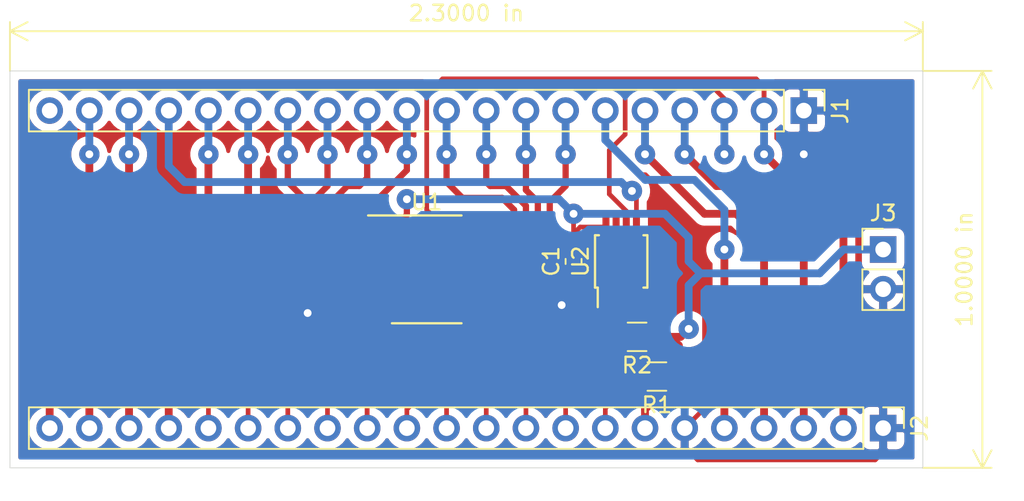
<source format=kicad_pcb>
(kicad_pcb (version 20171130) (host pcbnew "(5.1.0)-1")

  (general
    (thickness 1.6)
    (drawings 6)
    (tracks 282)
    (zones 0)
    (modules 8)
    (nets 32)
  )

  (page A4)
  (layers
    (0 F.Cu signal)
    (31 B.Cu signal)
    (32 B.Adhes user)
    (33 F.Adhes user)
    (34 B.Paste user)
    (35 F.Paste user)
    (36 B.SilkS user)
    (37 F.SilkS user)
    (38 B.Mask user)
    (39 F.Mask user)
    (40 Dwgs.User user)
    (41 Cmts.User user)
    (42 Eco1.User user)
    (43 Eco2.User user)
    (44 Edge.Cuts user)
    (45 Margin user)
    (46 B.CrtYd user)
    (47 F.CrtYd user)
    (48 B.Fab user)
    (49 F.Fab user)
  )

  (setup
    (last_trace_width 0.3)
    (user_trace_width 0.3)
    (user_trace_width 0.4)
    (user_trace_width 0.5)
    (trace_clearance 0.2)
    (zone_clearance 0.508)
    (zone_45_only no)
    (trace_min 0.2)
    (via_size 0.8)
    (via_drill 0.4)
    (via_min_size 0.4)
    (via_min_drill 0.3)
    (user_via 1.3 0.5)
    (uvia_size 0.3)
    (uvia_drill 0.1)
    (uvias_allowed no)
    (uvia_min_size 0.2)
    (uvia_min_drill 0.1)
    (edge_width 0.05)
    (segment_width 0.2)
    (pcb_text_width 0.3)
    (pcb_text_size 1.5 1.5)
    (mod_edge_width 0.12)
    (mod_text_size 1 1)
    (mod_text_width 0.15)
    (pad_size 1.524 1.524)
    (pad_drill 0.762)
    (pad_to_mask_clearance 0.051)
    (solder_mask_min_width 0.25)
    (aux_axis_origin 0 0)
    (visible_elements 7FFFFFFF)
    (pcbplotparams
      (layerselection 0x010fc_ffffffff)
      (usegerberextensions false)
      (usegerberattributes false)
      (usegerberadvancedattributes false)
      (creategerberjobfile false)
      (excludeedgelayer true)
      (linewidth 0.100000)
      (plotframeref false)
      (viasonmask false)
      (mode 1)
      (useauxorigin false)
      (hpglpennumber 1)
      (hpglpenspeed 20)
      (hpglpendiameter 15.000000)
      (psnegative false)
      (psa4output false)
      (plotreference true)
      (plotvalue true)
      (plotinvisibletext false)
      (padsonsilk false)
      (subtractmaskfromsilk false)
      (outputformat 1)
      (mirror false)
      (drillshape 1)
      (scaleselection 1)
      (outputdirectory ""))
  )

  (net 0 "")
  (net 1 +3V3)
  (net 2 GND)
  (net 3 /FS)
  (net 4 /MD2)
  (net 5 /VEE)
  (net 6 /RESET)
  (net 7 /CE)
  (net 8 /DB6)
  (net 9 /DB5)
  (net 10 /DB4)
  (net 11 /DB3)
  (net 12 /DB2)
  (net 13 /DB1)
  (net 14 /DB0)
  (net 15 /WR)
  (net 16 /RD)
  (net 17 /C_D)
  (net 18 /V0)
  (net 19 +5V)
  (net 20 /IO_Vl8)
  (net 21 /IO_Vl7)
  (net 22 /IO_Vl6)
  (net 23 /IO_Vl5)
  (net 24 /IO_Vl4)
  (net 25 /IO_Vl3)
  (net 26 /IO_Vl2)
  (net 27 /IO_Vl1)
  (net 28 /OE)
  (net 29 /SCL)
  (net 30 /SDA)
  (net 31 /DB7)

  (net_class Default "Dies ist die voreingestellte Netzklasse."
    (clearance 0.2)
    (trace_width 0.25)
    (via_dia 0.8)
    (via_drill 0.4)
    (uvia_dia 0.3)
    (uvia_drill 0.1)
    (add_net +3V3)
    (add_net +5V)
    (add_net /CE)
    (add_net /C_D)
    (add_net /DB0)
    (add_net /DB1)
    (add_net /DB2)
    (add_net /DB3)
    (add_net /DB4)
    (add_net /DB5)
    (add_net /DB6)
    (add_net /DB7)
    (add_net /FS)
    (add_net /IO_Vl1)
    (add_net /IO_Vl2)
    (add_net /IO_Vl3)
    (add_net /IO_Vl4)
    (add_net /IO_Vl5)
    (add_net /IO_Vl6)
    (add_net /IO_Vl7)
    (add_net /IO_Vl8)
    (add_net /MD2)
    (add_net /OE)
    (add_net /RD)
    (add_net /RESET)
    (add_net /SCL)
    (add_net /SDA)
    (add_net /V0)
    (add_net /VEE)
    (add_net /WR)
    (add_net GND)
  )

  (module Connector_PinHeader_2.54mm:PinHeader_1x02_P2.54mm_Vertical (layer F.Cu) (tedit 59FED5CC) (tstamp 5EE3458E)
    (at 157.48 59.69)
    (descr "Through hole straight pin header, 1x02, 2.54mm pitch, single row")
    (tags "Through hole pin header THT 1x02 2.54mm single row")
    (path /5EE4203A)
    (fp_text reference J3 (at 0 -2.33) (layer F.SilkS)
      (effects (font (size 1 1) (thickness 0.15)))
    )
    (fp_text value Conn_01x02 (at 0 4.87) (layer F.Fab)
      (effects (font (size 1 1) (thickness 0.15)))
    )
    (fp_text user %R (at 0 1.27 90) (layer F.Fab)
      (effects (font (size 1 1) (thickness 0.15)))
    )
    (fp_line (start 1.8 -1.8) (end -1.8 -1.8) (layer F.CrtYd) (width 0.05))
    (fp_line (start 1.8 4.35) (end 1.8 -1.8) (layer F.CrtYd) (width 0.05))
    (fp_line (start -1.8 4.35) (end 1.8 4.35) (layer F.CrtYd) (width 0.05))
    (fp_line (start -1.8 -1.8) (end -1.8 4.35) (layer F.CrtYd) (width 0.05))
    (fp_line (start -1.33 -1.33) (end 0 -1.33) (layer F.SilkS) (width 0.12))
    (fp_line (start -1.33 0) (end -1.33 -1.33) (layer F.SilkS) (width 0.12))
    (fp_line (start -1.33 1.27) (end 1.33 1.27) (layer F.SilkS) (width 0.12))
    (fp_line (start 1.33 1.27) (end 1.33 3.87) (layer F.SilkS) (width 0.12))
    (fp_line (start -1.33 1.27) (end -1.33 3.87) (layer F.SilkS) (width 0.12))
    (fp_line (start -1.33 3.87) (end 1.33 3.87) (layer F.SilkS) (width 0.12))
    (fp_line (start -1.27 -0.635) (end -0.635 -1.27) (layer F.Fab) (width 0.1))
    (fp_line (start -1.27 3.81) (end -1.27 -0.635) (layer F.Fab) (width 0.1))
    (fp_line (start 1.27 3.81) (end -1.27 3.81) (layer F.Fab) (width 0.1))
    (fp_line (start 1.27 -1.27) (end 1.27 3.81) (layer F.Fab) (width 0.1))
    (fp_line (start -0.635 -1.27) (end 1.27 -1.27) (layer F.Fab) (width 0.1))
    (pad 2 thru_hole oval (at 0 2.54) (size 1.7 1.7) (drill 1) (layers *.Cu *.Mask)
      (net 2 GND))
    (pad 1 thru_hole rect (at 0 0) (size 1.7 1.7) (drill 1) (layers *.Cu *.Mask)
      (net 1 +3V3))
    (model ${KISYS3DMOD}/Connector_PinHeader_2.54mm.3dshapes/PinHeader_1x02_P2.54mm_Vertical.wrl
      (at (xyz 0 0 0))
      (scale (xyz 1 1 1))
      (rotate (xyz 0 0 0))
    )
  )

  (module Connector_PinHeader_2.54mm:PinHeader_1x20_P2.54mm_Vertical (layer F.Cu) (tedit 59FED5CC) (tstamp 5EE11CDF)
    (at 152.4 50.8 270)
    (descr "Through hole straight pin header, 1x20, 2.54mm pitch, single row")
    (tags "Through hole pin header THT 1x20 2.54mm single row")
    (path /5EE85AF5)
    (fp_text reference J1 (at 0 -2.33 270) (layer F.SilkS)
      (effects (font (size 1 1) (thickness 0.15)))
    )
    (fp_text value Conn_01x20 (at 0 50.59 270) (layer F.Fab)
      (effects (font (size 1 1) (thickness 0.15)))
    )
    (fp_text user %R (at 0 24.13) (layer F.Fab)
      (effects (font (size 1 1) (thickness 0.15)))
    )
    (fp_line (start 1.8 -1.8) (end -1.8 -1.8) (layer F.CrtYd) (width 0.05))
    (fp_line (start 1.8 50.05) (end 1.8 -1.8) (layer F.CrtYd) (width 0.05))
    (fp_line (start -1.8 50.05) (end 1.8 50.05) (layer F.CrtYd) (width 0.05))
    (fp_line (start -1.8 -1.8) (end -1.8 50.05) (layer F.CrtYd) (width 0.05))
    (fp_line (start -1.33 -1.33) (end 0 -1.33) (layer F.SilkS) (width 0.12))
    (fp_line (start -1.33 0) (end -1.33 -1.33) (layer F.SilkS) (width 0.12))
    (fp_line (start -1.33 1.27) (end 1.33 1.27) (layer F.SilkS) (width 0.12))
    (fp_line (start 1.33 1.27) (end 1.33 49.59) (layer F.SilkS) (width 0.12))
    (fp_line (start -1.33 1.27) (end -1.33 49.59) (layer F.SilkS) (width 0.12))
    (fp_line (start -1.33 49.59) (end 1.33 49.59) (layer F.SilkS) (width 0.12))
    (fp_line (start -1.27 -0.635) (end -0.635 -1.27) (layer F.Fab) (width 0.1))
    (fp_line (start -1.27 49.53) (end -1.27 -0.635) (layer F.Fab) (width 0.1))
    (fp_line (start 1.27 49.53) (end -1.27 49.53) (layer F.Fab) (width 0.1))
    (fp_line (start 1.27 -1.27) (end 1.27 49.53) (layer F.Fab) (width 0.1))
    (fp_line (start -0.635 -1.27) (end 1.27 -1.27) (layer F.Fab) (width 0.1))
    (pad 20 thru_hole oval (at 0 48.26 270) (size 1.7 1.7) (drill 1) (layers *.Cu *.Mask))
    (pad 19 thru_hole oval (at 0 45.72 270) (size 1.7 1.7) (drill 1) (layers *.Cu *.Mask)
      (net 3 /FS))
    (pad 18 thru_hole oval (at 0 43.18 270) (size 1.7 1.7) (drill 1) (layers *.Cu *.Mask)
      (net 4 /MD2))
    (pad 17 thru_hole oval (at 0 40.64 270) (size 1.7 1.7) (drill 1) (layers *.Cu *.Mask)
      (net 5 /VEE))
    (pad 16 thru_hole oval (at 0 38.1 270) (size 1.7 1.7) (drill 1) (layers *.Cu *.Mask)
      (net 6 /RESET))
    (pad 15 thru_hole oval (at 0 35.56 270) (size 1.7 1.7) (drill 1) (layers *.Cu *.Mask)
      (net 7 /CE))
    (pad 14 thru_hole oval (at 0 33.02 270) (size 1.7 1.7) (drill 1) (layers *.Cu *.Mask)
      (net 31 /DB7))
    (pad 13 thru_hole oval (at 0 30.48 270) (size 1.7 1.7) (drill 1) (layers *.Cu *.Mask)
      (net 8 /DB6))
    (pad 12 thru_hole oval (at 0 27.94 270) (size 1.7 1.7) (drill 1) (layers *.Cu *.Mask)
      (net 9 /DB5))
    (pad 11 thru_hole oval (at 0 25.4 270) (size 1.7 1.7) (drill 1) (layers *.Cu *.Mask)
      (net 10 /DB4))
    (pad 10 thru_hole oval (at 0 22.86 270) (size 1.7 1.7) (drill 1) (layers *.Cu *.Mask)
      (net 11 /DB3))
    (pad 9 thru_hole oval (at 0 20.32 270) (size 1.7 1.7) (drill 1) (layers *.Cu *.Mask)
      (net 12 /DB2))
    (pad 8 thru_hole oval (at 0 17.78 270) (size 1.7 1.7) (drill 1) (layers *.Cu *.Mask)
      (net 13 /DB1))
    (pad 7 thru_hole oval (at 0 15.24 270) (size 1.7 1.7) (drill 1) (layers *.Cu *.Mask)
      (net 14 /DB0))
    (pad 6 thru_hole oval (at 0 12.7 270) (size 1.7 1.7) (drill 1) (layers *.Cu *.Mask)
      (net 15 /WR))
    (pad 5 thru_hole oval (at 0 10.16 270) (size 1.7 1.7) (drill 1) (layers *.Cu *.Mask)
      (net 16 /RD))
    (pad 4 thru_hole oval (at 0 7.62 270) (size 1.7 1.7) (drill 1) (layers *.Cu *.Mask)
      (net 17 /C_D))
    (pad 3 thru_hole oval (at 0 5.08 270) (size 1.7 1.7) (drill 1) (layers *.Cu *.Mask)
      (net 18 /V0))
    (pad 2 thru_hole oval (at 0 2.54 270) (size 1.7 1.7) (drill 1) (layers *.Cu *.Mask)
      (net 19 +5V))
    (pad 1 thru_hole rect (at 0 0 270) (size 1.7 1.7) (drill 1) (layers *.Cu *.Mask)
      (net 2 GND))
    (model ${KISYS3DMOD}/Connector_PinHeader_2.54mm.3dshapes/PinHeader_1x20_P2.54mm_Vertical.wrl
      (at (xyz 0 0 0))
      (scale (xyz 1 1 1))
      (rotate (xyz 0 0 0))
    )
  )

  (module Package_SO:MSOP-8_3x3mm_P0.65mm (layer F.Cu) (tedit 5A02F25C) (tstamp 5EE108D2)
    (at 140.716 60.452 90)
    (descr "8-Lead Plastic Micro Small Outline Package (MS) [MSOP] (see Microchip Packaging Specification 00000049BS.pdf)")
    (tags "SSOP 0.65")
    (path /5EE1BA8C)
    (attr smd)
    (fp_text reference U2 (at 0 -2.6 90) (layer F.SilkS)
      (effects (font (size 1 1) (thickness 0.15)))
    )
    (fp_text value MCP4541T (at 0 2.6 90) (layer F.Fab)
      (effects (font (size 1 1) (thickness 0.15)))
    )
    (fp_text user %R (at 0 0 90) (layer F.Fab)
      (effects (font (size 0.6 0.6) (thickness 0.15)))
    )
    (fp_line (start -1.675 -1.5) (end -2.925 -1.5) (layer F.SilkS) (width 0.15))
    (fp_line (start -1.675 1.675) (end 1.675 1.675) (layer F.SilkS) (width 0.15))
    (fp_line (start -1.675 -1.675) (end 1.675 -1.675) (layer F.SilkS) (width 0.15))
    (fp_line (start -1.675 1.675) (end -1.675 1.425) (layer F.SilkS) (width 0.15))
    (fp_line (start 1.675 1.675) (end 1.675 1.425) (layer F.SilkS) (width 0.15))
    (fp_line (start 1.675 -1.675) (end 1.675 -1.425) (layer F.SilkS) (width 0.15))
    (fp_line (start -1.675 -1.675) (end -1.675 -1.5) (layer F.SilkS) (width 0.15))
    (fp_line (start -3.2 1.85) (end 3.2 1.85) (layer F.CrtYd) (width 0.05))
    (fp_line (start -3.2 -1.85) (end 3.2 -1.85) (layer F.CrtYd) (width 0.05))
    (fp_line (start 3.2 -1.85) (end 3.2 1.85) (layer F.CrtYd) (width 0.05))
    (fp_line (start -3.2 -1.85) (end -3.2 1.85) (layer F.CrtYd) (width 0.05))
    (fp_line (start -1.5 -0.5) (end -0.5 -1.5) (layer F.Fab) (width 0.15))
    (fp_line (start -1.5 1.5) (end -1.5 -0.5) (layer F.Fab) (width 0.15))
    (fp_line (start 1.5 1.5) (end -1.5 1.5) (layer F.Fab) (width 0.15))
    (fp_line (start 1.5 -1.5) (end 1.5 1.5) (layer F.Fab) (width 0.15))
    (fp_line (start -0.5 -1.5) (end 1.5 -1.5) (layer F.Fab) (width 0.15))
    (pad 8 smd rect (at 2.2 -0.975 90) (size 1.45 0.45) (layers F.Cu F.Paste F.Mask)
      (net 1 +3V3))
    (pad 7 smd rect (at 2.2 -0.325 90) (size 1.45 0.45) (layers F.Cu F.Paste F.Mask)
      (net 2 GND))
    (pad 6 smd rect (at 2.2 0.325 90) (size 1.45 0.45) (layers F.Cu F.Paste F.Mask)
      (net 18 /V0))
    (pad 5 smd rect (at 2.2 0.975 90) (size 1.45 0.45) (layers F.Cu F.Paste F.Mask)
      (net 5 /VEE))
    (pad 4 smd rect (at -2.2 0.975 90) (size 1.45 0.45) (layers F.Cu F.Paste F.Mask)
      (net 2 GND))
    (pad 3 smd rect (at -2.2 0.325 90) (size 1.45 0.45) (layers F.Cu F.Paste F.Mask)
      (net 30 /SDA))
    (pad 2 smd rect (at -2.2 -0.325 90) (size 1.45 0.45) (layers F.Cu F.Paste F.Mask)
      (net 29 /SCL))
    (pad 1 smd rect (at -2.2 -0.975 90) (size 1.45 0.45) (layers F.Cu F.Paste F.Mask)
      (net 2 GND))
    (model ${KISYS3DMOD}/Package_SO.3dshapes/MSOP-8_3x3mm_P0.65mm.wrl
      (at (xyz 0 0 0))
      (scale (xyz 1 1 1))
      (rotate (xyz 0 0 0))
    )
  )

  (module Resistor_SMD:R_1206_3216Metric (layer F.Cu) (tedit 5B301BBD) (tstamp 5EE1086F)
    (at 141.732 65.278 180)
    (descr "Resistor SMD 1206 (3216 Metric), square (rectangular) end terminal, IPC_7351 nominal, (Body size source: http://www.tortai-tech.com/upload/download/2011102023233369053.pdf), generated with kicad-footprint-generator")
    (tags resistor)
    (path /5EE2A446)
    (attr smd)
    (fp_text reference R2 (at 0 -1.82 180) (layer F.SilkS)
      (effects (font (size 1 1) (thickness 0.15)))
    )
    (fp_text value 4.7k (at 0 1.82 180) (layer F.Fab)
      (effects (font (size 1 1) (thickness 0.15)))
    )
    (fp_text user %R (at 0 0 180) (layer F.Fab)
      (effects (font (size 0.8 0.8) (thickness 0.12)))
    )
    (fp_line (start 2.28 1.12) (end -2.28 1.12) (layer F.CrtYd) (width 0.05))
    (fp_line (start 2.28 -1.12) (end 2.28 1.12) (layer F.CrtYd) (width 0.05))
    (fp_line (start -2.28 -1.12) (end 2.28 -1.12) (layer F.CrtYd) (width 0.05))
    (fp_line (start -2.28 1.12) (end -2.28 -1.12) (layer F.CrtYd) (width 0.05))
    (fp_line (start -0.602064 0.91) (end 0.602064 0.91) (layer F.SilkS) (width 0.12))
    (fp_line (start -0.602064 -0.91) (end 0.602064 -0.91) (layer F.SilkS) (width 0.12))
    (fp_line (start 1.6 0.8) (end -1.6 0.8) (layer F.Fab) (width 0.1))
    (fp_line (start 1.6 -0.8) (end 1.6 0.8) (layer F.Fab) (width 0.1))
    (fp_line (start -1.6 -0.8) (end 1.6 -0.8) (layer F.Fab) (width 0.1))
    (fp_line (start -1.6 0.8) (end -1.6 -0.8) (layer F.Fab) (width 0.1))
    (pad 2 smd roundrect (at 1.4 0 180) (size 1.25 1.75) (layers F.Cu F.Paste F.Mask) (roundrect_rratio 0.2)
      (net 29 /SCL))
    (pad 1 smd roundrect (at -1.4 0 180) (size 1.25 1.75) (layers F.Cu F.Paste F.Mask) (roundrect_rratio 0.2)
      (net 1 +3V3))
    (model ${KISYS3DMOD}/Resistor_SMD.3dshapes/R_1206_3216Metric.wrl
      (at (xyz 0 0 0))
      (scale (xyz 1 1 1))
      (rotate (xyz 0 0 0))
    )
  )

  (module Resistor_SMD:R_1206_3216Metric (layer F.Cu) (tedit 5B301BBD) (tstamp 5EE1085E)
    (at 143.002 67.818 180)
    (descr "Resistor SMD 1206 (3216 Metric), square (rectangular) end terminal, IPC_7351 nominal, (Body size source: http://www.tortai-tech.com/upload/download/2011102023233369053.pdf), generated with kicad-footprint-generator")
    (tags resistor)
    (path /5EE2A87E)
    (attr smd)
    (fp_text reference R1 (at 0 -1.82 180) (layer F.SilkS)
      (effects (font (size 1 1) (thickness 0.15)))
    )
    (fp_text value 4.7k (at 0 1.82 180) (layer F.Fab)
      (effects (font (size 1 1) (thickness 0.15)))
    )
    (fp_text user %R (at 0 0 180) (layer F.Fab)
      (effects (font (size 0.8 0.8) (thickness 0.12)))
    )
    (fp_line (start 2.28 1.12) (end -2.28 1.12) (layer F.CrtYd) (width 0.05))
    (fp_line (start 2.28 -1.12) (end 2.28 1.12) (layer F.CrtYd) (width 0.05))
    (fp_line (start -2.28 -1.12) (end 2.28 -1.12) (layer F.CrtYd) (width 0.05))
    (fp_line (start -2.28 1.12) (end -2.28 -1.12) (layer F.CrtYd) (width 0.05))
    (fp_line (start -0.602064 0.91) (end 0.602064 0.91) (layer F.SilkS) (width 0.12))
    (fp_line (start -0.602064 -0.91) (end 0.602064 -0.91) (layer F.SilkS) (width 0.12))
    (fp_line (start 1.6 0.8) (end -1.6 0.8) (layer F.Fab) (width 0.1))
    (fp_line (start 1.6 -0.8) (end 1.6 0.8) (layer F.Fab) (width 0.1))
    (fp_line (start -1.6 -0.8) (end 1.6 -0.8) (layer F.Fab) (width 0.1))
    (fp_line (start -1.6 0.8) (end -1.6 -0.8) (layer F.Fab) (width 0.1))
    (pad 2 smd roundrect (at 1.4 0 180) (size 1.25 1.75) (layers F.Cu F.Paste F.Mask) (roundrect_rratio 0.2)
      (net 30 /SDA))
    (pad 1 smd roundrect (at -1.4 0 180) (size 1.25 1.75) (layers F.Cu F.Paste F.Mask) (roundrect_rratio 0.2)
      (net 1 +3V3))
    (model ${KISYS3DMOD}/Resistor_SMD.3dshapes/R_1206_3216Metric.wrl
      (at (xyz 0 0 0))
      (scale (xyz 1 1 1))
      (rotate (xyz 0 0 0))
    )
  )

  (module Connector_PinHeader_2.54mm:PinHeader_1x22_P2.54mm_Vertical (layer F.Cu) (tedit 59FED5CC) (tstamp 5EE1084D)
    (at 157.48 71.12 270)
    (descr "Through hole straight pin header, 1x22, 2.54mm pitch, single row")
    (tags "Through hole pin header THT 1x22 2.54mm single row")
    (path /5EE0E1F3)
    (fp_text reference J2 (at 0 -2.33 270) (layer F.SilkS)
      (effects (font (size 1 1) (thickness 0.15)))
    )
    (fp_text value Conn_01x22 (at 0 55.67 270) (layer F.Fab)
      (effects (font (size 1 1) (thickness 0.15)))
    )
    (fp_text user %R (at 0 26.67) (layer F.Fab)
      (effects (font (size 1 1) (thickness 0.15)))
    )
    (fp_line (start 1.8 -1.8) (end -1.8 -1.8) (layer F.CrtYd) (width 0.05))
    (fp_line (start 1.8 55.15) (end 1.8 -1.8) (layer F.CrtYd) (width 0.05))
    (fp_line (start -1.8 55.15) (end 1.8 55.15) (layer F.CrtYd) (width 0.05))
    (fp_line (start -1.8 -1.8) (end -1.8 55.15) (layer F.CrtYd) (width 0.05))
    (fp_line (start -1.33 -1.33) (end 0 -1.33) (layer F.SilkS) (width 0.12))
    (fp_line (start -1.33 0) (end -1.33 -1.33) (layer F.SilkS) (width 0.12))
    (fp_line (start -1.33 1.27) (end 1.33 1.27) (layer F.SilkS) (width 0.12))
    (fp_line (start 1.33 1.27) (end 1.33 54.67) (layer F.SilkS) (width 0.12))
    (fp_line (start -1.33 1.27) (end -1.33 54.67) (layer F.SilkS) (width 0.12))
    (fp_line (start -1.33 54.67) (end 1.33 54.67) (layer F.SilkS) (width 0.12))
    (fp_line (start -1.27 -0.635) (end -0.635 -1.27) (layer F.Fab) (width 0.1))
    (fp_line (start -1.27 54.61) (end -1.27 -0.635) (layer F.Fab) (width 0.1))
    (fp_line (start 1.27 54.61) (end -1.27 54.61) (layer F.Fab) (width 0.1))
    (fp_line (start 1.27 -1.27) (end 1.27 54.61) (layer F.Fab) (width 0.1))
    (fp_line (start -0.635 -1.27) (end 1.27 -1.27) (layer F.Fab) (width 0.1))
    (pad 22 thru_hole oval (at 0 53.34 270) (size 1.7 1.7) (drill 1) (layers *.Cu *.Mask)
      (net 3 /FS))
    (pad 21 thru_hole oval (at 0 50.8 270) (size 1.7 1.7) (drill 1) (layers *.Cu *.Mask)
      (net 4 /MD2))
    (pad 20 thru_hole oval (at 0 48.26 270) (size 1.7 1.7) (drill 1) (layers *.Cu *.Mask)
      (net 6 /RESET))
    (pad 19 thru_hole oval (at 0 45.72 270) (size 1.7 1.7) (drill 1) (layers *.Cu *.Mask)
      (net 7 /CE))
    (pad 18 thru_hole oval (at 0 43.18 270) (size 1.7 1.7) (drill 1) (layers *.Cu *.Mask)
      (net 27 /IO_Vl1))
    (pad 17 thru_hole oval (at 0 40.64 270) (size 1.7 1.7) (drill 1) (layers *.Cu *.Mask)
      (net 26 /IO_Vl2))
    (pad 16 thru_hole oval (at 0 38.1 270) (size 1.7 1.7) (drill 1) (layers *.Cu *.Mask)
      (net 25 /IO_Vl3))
    (pad 15 thru_hole oval (at 0 35.56 270) (size 1.7 1.7) (drill 1) (layers *.Cu *.Mask)
      (net 24 /IO_Vl4))
    (pad 14 thru_hole oval (at 0 33.02 270) (size 1.7 1.7) (drill 1) (layers *.Cu *.Mask)
      (net 23 /IO_Vl5))
    (pad 13 thru_hole oval (at 0 30.48 270) (size 1.7 1.7) (drill 1) (layers *.Cu *.Mask)
      (net 22 /IO_Vl6))
    (pad 12 thru_hole oval (at 0 27.94 270) (size 1.7 1.7) (drill 1) (layers *.Cu *.Mask)
      (net 21 /IO_Vl7))
    (pad 11 thru_hole oval (at 0 25.4 270) (size 1.7 1.7) (drill 1) (layers *.Cu *.Mask)
      (net 20 /IO_Vl8))
    (pad 10 thru_hole oval (at 0 22.86 270) (size 1.7 1.7) (drill 1) (layers *.Cu *.Mask)
      (net 28 /OE))
    (pad 9 thru_hole oval (at 0 20.32 270) (size 1.7 1.7) (drill 1) (layers *.Cu *.Mask)
      (net 29 /SCL))
    (pad 8 thru_hole oval (at 0 17.78 270) (size 1.7 1.7) (drill 1) (layers *.Cu *.Mask)
      (net 30 /SDA))
    (pad 7 thru_hole oval (at 0 15.24 270) (size 1.7 1.7) (drill 1) (layers *.Cu *.Mask)
      (net 1 +3V3))
    (pad 6 thru_hole oval (at 0 12.7 270) (size 1.7 1.7) (drill 1) (layers *.Cu *.Mask)
      (net 2 GND))
    (pad 5 thru_hole oval (at 0 10.16 270) (size 1.7 1.7) (drill 1) (layers *.Cu *.Mask)
      (net 15 /WR))
    (pad 4 thru_hole oval (at 0 7.62 270) (size 1.7 1.7) (drill 1) (layers *.Cu *.Mask)
      (net 16 /RD))
    (pad 3 thru_hole oval (at 0 5.08 270) (size 1.7 1.7) (drill 1) (layers *.Cu *.Mask)
      (net 17 /C_D))
    (pad 2 thru_hole oval (at 0 2.54 270) (size 1.7 1.7) (drill 1) (layers *.Cu *.Mask)
      (net 19 +5V))
    (pad 1 thru_hole rect (at 0 0 270) (size 1.7 1.7) (drill 1) (layers *.Cu *.Mask)
      (net 2 GND))
    (model ${KISYS3DMOD}/Connector_PinHeader_2.54mm.3dshapes/PinHeader_1x22_P2.54mm_Vertical.wrl
      (at (xyz 0 0 0))
      (scale (xyz 1 1 1))
      (rotate (xyz 0 0 0))
    )
  )

  (module Capacitor_SMD:C_0603_1608Metric (layer F.Cu) (tedit 5B301BBE) (tstamp 5EE107F9)
    (at 137.668 60.452 90)
    (descr "Capacitor SMD 0603 (1608 Metric), square (rectangular) end terminal, IPC_7351 nominal, (Body size source: http://www.tortai-tech.com/upload/download/2011102023233369053.pdf), generated with kicad-footprint-generator")
    (tags capacitor)
    (path /5EE31B30)
    (attr smd)
    (fp_text reference C1 (at 0 -1.43 90) (layer F.SilkS)
      (effects (font (size 1 1) (thickness 0.15)))
    )
    (fp_text value 100n (at 0 1.43 90) (layer F.Fab)
      (effects (font (size 1 1) (thickness 0.15)))
    )
    (fp_text user %R (at 0 0 90) (layer F.Fab)
      (effects (font (size 0.4 0.4) (thickness 0.06)))
    )
    (fp_line (start 1.48 0.73) (end -1.48 0.73) (layer F.CrtYd) (width 0.05))
    (fp_line (start 1.48 -0.73) (end 1.48 0.73) (layer F.CrtYd) (width 0.05))
    (fp_line (start -1.48 -0.73) (end 1.48 -0.73) (layer F.CrtYd) (width 0.05))
    (fp_line (start -1.48 0.73) (end -1.48 -0.73) (layer F.CrtYd) (width 0.05))
    (fp_line (start -0.162779 0.51) (end 0.162779 0.51) (layer F.SilkS) (width 0.12))
    (fp_line (start -0.162779 -0.51) (end 0.162779 -0.51) (layer F.SilkS) (width 0.12))
    (fp_line (start 0.8 0.4) (end -0.8 0.4) (layer F.Fab) (width 0.1))
    (fp_line (start 0.8 -0.4) (end 0.8 0.4) (layer F.Fab) (width 0.1))
    (fp_line (start -0.8 -0.4) (end 0.8 -0.4) (layer F.Fab) (width 0.1))
    (fp_line (start -0.8 0.4) (end -0.8 -0.4) (layer F.Fab) (width 0.1))
    (pad 2 smd roundrect (at 0.7875 0 90) (size 0.875 0.95) (layers F.Cu F.Paste F.Mask) (roundrect_rratio 0.25)
      (net 1 +3V3))
    (pad 1 smd roundrect (at -0.7875 0 90) (size 0.875 0.95) (layers F.Cu F.Paste F.Mask) (roundrect_rratio 0.25)
      (net 2 GND))
    (model ${KISYS3DMOD}/Capacitor_SMD.3dshapes/C_0603_1608Metric.wrl
      (at (xyz 0 0 0))
      (scale (xyz 1 1 1))
      (rotate (xyz 0 0 0))
    )
  )

  (module Package_SO:TSSOP-20_4.4x6.5mm_P0.65mm (layer F.Cu) (tedit 5A02F25C) (tstamp 5EE2E9B3)
    (at 128.27 60.96)
    (descr "20-Lead Plastic Thin Shrink Small Outline (ST)-4.4 mm Body [TSSOP] (see Microchip Packaging Specification 00000049BS.pdf)")
    (tags "SSOP 0.65")
    (path /5EE19C36)
    (attr smd)
    (fp_text reference U1 (at 0 -4.3) (layer F.SilkS)
      (effects (font (size 1 1) (thickness 0.15)))
    )
    (fp_text value ST2378ETTR (at 0 4.3) (layer F.Fab)
      (effects (font (size 1 1) (thickness 0.15)))
    )
    (fp_text user %R (at 0 0) (layer F.Fab)
      (effects (font (size 0.8 0.8) (thickness 0.15)))
    )
    (fp_line (start -3.75 -3.45) (end 2.225 -3.45) (layer F.SilkS) (width 0.15))
    (fp_line (start -2.225 3.45) (end 2.225 3.45) (layer F.SilkS) (width 0.15))
    (fp_line (start -3.95 3.55) (end 3.95 3.55) (layer F.CrtYd) (width 0.05))
    (fp_line (start -3.95 -3.55) (end 3.95 -3.55) (layer F.CrtYd) (width 0.05))
    (fp_line (start 3.95 -3.55) (end 3.95 3.55) (layer F.CrtYd) (width 0.05))
    (fp_line (start -3.95 -3.55) (end -3.95 3.55) (layer F.CrtYd) (width 0.05))
    (fp_line (start -2.2 -2.25) (end -1.2 -3.25) (layer F.Fab) (width 0.15))
    (fp_line (start -2.2 3.25) (end -2.2 -2.25) (layer F.Fab) (width 0.15))
    (fp_line (start 2.2 3.25) (end -2.2 3.25) (layer F.Fab) (width 0.15))
    (fp_line (start 2.2 -3.25) (end 2.2 3.25) (layer F.Fab) (width 0.15))
    (fp_line (start -1.2 -3.25) (end 2.2 -3.25) (layer F.Fab) (width 0.15))
    (pad 20 smd rect (at 2.95 -2.925) (size 1.45 0.45) (layers F.Cu F.Paste F.Mask)
      (net 19 +5V))
    (pad 19 smd rect (at 2.95 -2.275) (size 1.45 0.45) (layers F.Cu F.Paste F.Mask)
      (net 11 /DB3))
    (pad 18 smd rect (at 2.95 -1.625) (size 1.45 0.45) (layers F.Cu F.Paste F.Mask)
      (net 23 /IO_Vl5))
    (pad 17 smd rect (at 2.95 -0.975) (size 1.45 0.45) (layers F.Cu F.Paste F.Mask)
      (net 12 /DB2))
    (pad 16 smd rect (at 2.95 -0.325) (size 1.45 0.45) (layers F.Cu F.Paste F.Mask)
      (net 22 /IO_Vl6))
    (pad 15 smd rect (at 2.95 0.325) (size 1.45 0.45) (layers F.Cu F.Paste F.Mask)
      (net 13 /DB1))
    (pad 14 smd rect (at 2.95 0.975) (size 1.45 0.45) (layers F.Cu F.Paste F.Mask)
      (net 21 /IO_Vl7))
    (pad 13 smd rect (at 2.95 1.625) (size 1.45 0.45) (layers F.Cu F.Paste F.Mask)
      (net 14 /DB0))
    (pad 12 smd rect (at 2.95 2.275) (size 1.45 0.45) (layers F.Cu F.Paste F.Mask)
      (net 20 /IO_Vl8))
    (pad 11 smd rect (at 2.95 2.925) (size 1.45 0.45) (layers F.Cu F.Paste F.Mask)
      (net 28 /OE))
    (pad 10 smd rect (at -2.95 2.925) (size 1.45 0.45) (layers F.Cu F.Paste F.Mask)
      (net 2 GND))
    (pad 9 smd rect (at -2.95 2.275) (size 1.45 0.45) (layers F.Cu F.Paste F.Mask)
      (net 31 /DB7))
    (pad 8 smd rect (at -2.95 1.625) (size 1.45 0.45) (layers F.Cu F.Paste F.Mask)
      (net 27 /IO_Vl1))
    (pad 7 smd rect (at -2.95 0.975) (size 1.45 0.45) (layers F.Cu F.Paste F.Mask)
      (net 8 /DB6))
    (pad 6 smd rect (at -2.95 0.325) (size 1.45 0.45) (layers F.Cu F.Paste F.Mask)
      (net 26 /IO_Vl2))
    (pad 5 smd rect (at -2.95 -0.325) (size 1.45 0.45) (layers F.Cu F.Paste F.Mask)
      (net 9 /DB5))
    (pad 4 smd rect (at -2.95 -0.975) (size 1.45 0.45) (layers F.Cu F.Paste F.Mask)
      (net 25 /IO_Vl3))
    (pad 3 smd rect (at -2.95 -1.625) (size 1.45 0.45) (layers F.Cu F.Paste F.Mask)
      (net 10 /DB4))
    (pad 2 smd rect (at -2.95 -2.275) (size 1.45 0.45) (layers F.Cu F.Paste F.Mask)
      (net 24 /IO_Vl4))
    (pad 1 smd rect (at -2.95 -2.925) (size 1.45 0.45) (layers F.Cu F.Paste F.Mask)
      (net 1 +3V3))
    (model ${KISYS3DMOD}/Package_SO.3dshapes/TSSOP-20_4.4x6.5mm_P0.65mm.wrl
      (at (xyz 0 0 0))
      (scale (xyz 1 1 1))
      (rotate (xyz 0 0 0))
    )
  )

  (dimension 25.4 (width 0.12) (layer F.SilkS)
    (gr_text "25.400 mm" (at 165.1 60.96 270) (layer F.SilkS)
      (effects (font (size 1 1) (thickness 0.15)))
    )
    (feature1 (pts (xy 160.02 73.66) (xy 164.416421 73.66)))
    (feature2 (pts (xy 160.02 48.26) (xy 164.416421 48.26)))
    (crossbar (pts (xy 163.83 48.26) (xy 163.83 73.66)))
    (arrow1a (pts (xy 163.83 73.66) (xy 163.243579 72.533496)))
    (arrow1b (pts (xy 163.83 73.66) (xy 164.416421 72.533496)))
    (arrow2a (pts (xy 163.83 48.26) (xy 163.243579 49.386504)))
    (arrow2b (pts (xy 163.83 48.26) (xy 164.416421 49.386504)))
  )
  (dimension 58.42 (width 0.12) (layer F.SilkS)
    (gr_text "58.420 mm" (at 130.81 44.450001) (layer F.SilkS)
      (effects (font (size 1 1) (thickness 0.15)))
    )
    (feature1 (pts (xy 101.6 48.26) (xy 101.6 45.13358)))
    (feature2 (pts (xy 160.02 48.26) (xy 160.02 45.13358)))
    (crossbar (pts (xy 160.02 45.720001) (xy 101.6 45.720001)))
    (arrow1a (pts (xy 101.6 45.720001) (xy 102.726504 45.13358)))
    (arrow1b (pts (xy 101.6 45.720001) (xy 102.726504 46.306422)))
    (arrow2a (pts (xy 160.02 45.720001) (xy 158.893496 45.13358)))
    (arrow2b (pts (xy 160.02 45.720001) (xy 158.893496 46.306422)))
  )
  (gr_line (start 101.6 73.66) (end 101.6 48.26) (layer Edge.Cuts) (width 0.05) (tstamp 5EE2EFAA))
  (gr_line (start 160.02 73.66) (end 101.6 73.66) (layer Edge.Cuts) (width 0.05))
  (gr_line (start 160.02 48.26) (end 160.02 73.66) (layer Edge.Cuts) (width 0.05))
  (gr_line (start 101.6 48.26) (end 160.02 48.26) (layer Edge.Cuts) (width 0.05))

  (via (at 149.86 53.594) (size 1.3) (drill 0.5) (layers F.Cu B.Cu) (net 19) (tstamp 5EE2E943))
  (segment (start 149.86 50.8) (end 149.86 53.594) (width 0.5) (layer B.Cu) (net 19) (tstamp 5EE2E944))
  (via (at 152.4 53.594) (size 1.3) (drill 0.5) (layers F.Cu B.Cu) (net 2) (tstamp 5EE2E943))
  (segment (start 152.4 50.8) (end 152.4 53.594) (width 0.5) (layer B.Cu) (net 2) (tstamp 5EE2E944))
  (via (at 147.32 53.594) (size 1.3) (drill 0.5) (layers F.Cu B.Cu) (net 18) (tstamp 5EE2E943))
  (segment (start 147.32 50.8) (end 147.32 53.594) (width 0.5) (layer B.Cu) (net 18) (tstamp 5EE2E944))
  (via (at 144.78 53.594) (size 1.3) (drill 0.5) (layers F.Cu B.Cu) (net 17) (tstamp 5EE2E943))
  (segment (start 144.78 50.8) (end 144.78 53.594) (width 0.5) (layer B.Cu) (net 17) (tstamp 5EE2E944))
  (via (at 142.24 53.594) (size 1.3) (drill 0.5) (layers F.Cu B.Cu) (net 16) (tstamp 5EE2E943))
  (segment (start 142.24 50.8) (end 142.24 53.594) (width 0.5) (layer B.Cu) (net 16) (tstamp 5EE2E944))
  (via (at 137.16 53.594) (size 1.3) (drill 0.5) (layers F.Cu B.Cu) (net 14) (tstamp 5EE2E943))
  (segment (start 137.16 50.8) (end 137.16 53.594) (width 0.5) (layer B.Cu) (net 14) (tstamp 5EE2E944))
  (via (at 134.62 53.594) (size 1.3) (drill 0.5) (layers F.Cu B.Cu) (net 13) (tstamp 5EE2E943))
  (segment (start 134.62 50.8) (end 134.62 53.594) (width 0.5) (layer B.Cu) (net 13) (tstamp 5EE2E944))
  (via (at 132.08 53.594) (size 1.3) (drill 0.5) (layers F.Cu B.Cu) (net 12) (tstamp 5EE2E943))
  (segment (start 132.08 50.8) (end 132.08 53.594) (width 0.5) (layer B.Cu) (net 12) (tstamp 5EE2E944))
  (via (at 129.54 53.594) (size 1.3) (drill 0.5) (layers F.Cu B.Cu) (net 11) (tstamp 5EE2E943))
  (segment (start 129.54 50.8) (end 129.54 53.594) (width 0.5) (layer B.Cu) (net 11) (tstamp 5EE2E944))
  (via (at 121.92 53.594) (size 1.3) (drill 0.5) (layers F.Cu B.Cu) (net 8) (tstamp 5EE2E943))
  (segment (start 121.92 50.8) (end 121.92 53.594) (width 0.5) (layer B.Cu) (net 8) (tstamp 5EE2E944))
  (via (at 119.38 53.594) (size 1.3) (drill 0.5) (layers F.Cu B.Cu) (net 31) (tstamp 5EE2E943))
  (segment (start 119.38 50.8) (end 119.38 53.594) (width 0.5) (layer B.Cu) (net 31) (tstamp 5EE2E944))
  (via (at 116.84 53.594) (size 1.3) (drill 0.5) (layers F.Cu B.Cu) (net 7) (tstamp 5EE2E943))
  (segment (start 116.84 50.8) (end 116.84 53.594) (width 0.5) (layer B.Cu) (net 7) (tstamp 5EE2E944))
  (via (at 114.3 53.594) (size 1.3) (drill 0.5) (layers F.Cu B.Cu) (net 6) (tstamp 5EE2E943))
  (segment (start 114.3 50.8) (end 114.3 53.594) (width 0.5) (layer B.Cu) (net 6) (tstamp 5EE2E944))
  (segment (start 111.76 50.8) (end 111.76 53.594) (width 0.5) (layer B.Cu) (net 5) (tstamp 5EE2E944))
  (via (at 109.22 53.594) (size 1.3) (drill 0.5) (layers F.Cu B.Cu) (net 4) (tstamp 5EE2E943))
  (segment (start 109.22 50.8) (end 109.22 53.594) (width 0.5) (layer B.Cu) (net 4) (tstamp 5EE2E944))
  (segment (start 138.09 58.252) (end 139.741 58.252) (width 0.3) (layer F.Cu) (net 1))
  (segment (start 137.668 58.674) (end 138.09 58.252) (width 0.3) (layer F.Cu) (net 1))
  (segment (start 143.132 65.278) (end 143.857 65.278) (width 0.3) (layer F.Cu) (net 1))
  (via (at 137.668 57.404) (size 1.3) (drill 0.5) (layers F.Cu B.Cu) (net 1))
  (segment (start 136.906 56.642) (end 137.668 57.404) (width 0.3) (layer B.Cu) (net 1))
  (segment (start 137.668 57.404) (end 137.668 58.928) (width 0.3) (layer F.Cu) (net 1))
  (segment (start 137.668 59.6645) (end 137.668 58.928) (width 0.3) (layer F.Cu) (net 1))
  (segment (start 137.668 58.928) (end 137.668 58.674) (width 0.3) (layer F.Cu) (net 1))
  (segment (start 126.445 58.035) (end 127 57.48) (width 0.4) (layer F.Cu) (net 1))
  (segment (start 125.32 58.035) (end 126.445 58.035) (width 0.4) (layer F.Cu) (net 1))
  (via (at 127 56.472) (size 1.3) (drill 0.5) (layers F.Cu B.Cu) (net 1))
  (segment (start 127 57.48) (end 127 56.472) (width 0.4) (layer F.Cu) (net 1))
  (segment (start 137.018001 56.754001) (end 137.668 57.404) (width 0.5) (layer B.Cu) (net 1))
  (segment (start 136.736 56.472) (end 137.018001 56.754001) (width 0.5) (layer B.Cu) (net 1))
  (segment (start 127 56.472) (end 136.736 56.472) (width 0.5) (layer B.Cu) (net 1))
  (segment (start 137.668 57.404) (end 143.51 57.404) (width 0.5) (layer B.Cu) (net 1))
  (via (at 145.034 64.77) (size 1.3) (drill 0.5) (layers F.Cu B.Cu) (net 1))
  (segment (start 143.51 57.404) (end 145.034 58.928) (width 0.5) (layer B.Cu) (net 1))
  (segment (start 144.526 65.278) (end 145.034 64.77) (width 0.5) (layer F.Cu) (net 1))
  (segment (start 143.132 65.278) (end 144.526 65.278) (width 0.5) (layer F.Cu) (net 1))
  (segment (start 144.402 65.823) (end 143.857 65.278) (width 0.5) (layer F.Cu) (net 1))
  (segment (start 144.402 67.818) (end 144.402 65.823) (width 0.5) (layer F.Cu) (net 1))
  (segment (start 142.24 69.917919) (end 142.815919 69.342) (width 0.5) (layer F.Cu) (net 1))
  (segment (start 142.24 71.12) (end 142.24 69.917919) (width 0.5) (layer F.Cu) (net 1))
  (segment (start 142.815919 69.342) (end 144.272 69.342) (width 0.5) (layer F.Cu) (net 1))
  (segment (start 144.402 69.212) (end 144.402 67.818) (width 0.5) (layer F.Cu) (net 1))
  (segment (start 144.272 69.342) (end 144.402 69.212) (width 0.5) (layer F.Cu) (net 1))
  (segment (start 154.94 59.69) (end 157.48 59.69) (width 0.5) (layer B.Cu) (net 1))
  (segment (start 153.416 61.214) (end 154.94 59.69) (width 0.5) (layer B.Cu) (net 1))
  (segment (start 145.034 60.452) (end 145.796 61.214) (width 0.5) (layer B.Cu) (net 1))
  (segment (start 145.034 59.944) (end 145.034 60.452) (width 0.5) (layer B.Cu) (net 1))
  (segment (start 145.796 61.214) (end 153.416 61.214) (width 0.5) (layer B.Cu) (net 1))
  (segment (start 145.034 58.928) (end 145.034 59.944) (width 0.5) (layer B.Cu) (net 1))
  (segment (start 145.034 61.976) (end 145.796 61.214) (width 0.5) (layer B.Cu) (net 1))
  (segment (start 145.034 64.77) (end 145.034 61.976) (width 0.5) (layer B.Cu) (net 1))
  (segment (start 137.668 62.23) (end 137.668 61.2395) (width 0.3) (layer F.Cu) (net 2))
  (segment (start 138.09 62.652) (end 137.668 62.23) (width 0.3) (layer F.Cu) (net 2))
  (segment (start 139.741 62.652) (end 139.741 60.919) (width 0.3) (layer F.Cu) (net 2))
  (segment (start 139.741 60.919) (end 140.391 60.269) (width 0.3) (layer F.Cu) (net 2))
  (segment (start 141.691 62.652) (end 141.691 60.919) (width 0.3) (layer F.Cu) (net 2))
  (segment (start 141.041 60.269) (end 140.391 60.269) (width 0.3) (layer F.Cu) (net 2))
  (segment (start 141.691 60.919) (end 141.041 60.269) (width 0.3) (layer F.Cu) (net 2))
  (segment (start 140.645 60.269) (end 140.391 60.015) (width 0.3) (layer F.Cu) (net 2))
  (segment (start 141.041 60.269) (end 140.645 60.269) (width 0.3) (layer F.Cu) (net 2))
  (segment (start 140.391 60.269) (end 140.391 60.015) (width 0.3) (layer F.Cu) (net 2))
  (segment (start 140.391 60.015) (end 140.391 58.252) (width 0.3) (layer F.Cu) (net 2))
  (segment (start 157.48 61.722) (end 157.48 71.12) (width 0.5) (layer F.Cu) (net 2))
  (via (at 120.65 63.754) (size 1.3) (drill 0.5) (layers F.Cu B.Cu) (net 2))
  (segment (start 125.32 63.885) (end 120.781 63.885) (width 0.3) (layer F.Cu) (net 2))
  (segment (start 120.781 63.885) (end 120.65 63.754) (width 0.3) (layer F.Cu) (net 2))
  (via (at 136.906 63.246) (size 1.3) (drill 0.5) (layers F.Cu B.Cu) (net 2))
  (segment (start 138.344 62.652) (end 138.09 62.652) (width 0.3) (layer F.Cu) (net 2))
  (segment (start 139.741 62.652) (end 138.344 62.652) (width 0.3) (layer F.Cu) (net 2))
  (segment (start 137.5 62.652) (end 136.906 63.246) (width 0.3) (layer F.Cu) (net 2))
  (segment (start 139.741 62.652) (end 137.5 62.652) (width 0.3) (layer F.Cu) (net 2))
  (segment (start 136.398 63.754) (end 136.906 63.246) (width 0.5) (layer B.Cu) (net 2))
  (segment (start 120.65 63.754) (end 136.398 63.754) (width 0.5) (layer B.Cu) (net 2))
  (segment (start 144.78 71.12) (end 146.05 69.85) (width 0.3) (layer F.Cu) (net 2))
  (segment (start 146.05 69.85) (end 146.05 63.5) (width 0.3) (layer F.Cu) (net 2))
  (segment (start 145.202 62.652) (end 141.691 62.652) (width 0.3) (layer F.Cu) (net 2))
  (segment (start 146.05 63.5) (end 145.202 62.652) (width 0.3) (layer F.Cu) (net 2))
  (segment (start 144.78 72.322081) (end 145.609919 73.152) (width 0.3) (layer F.Cu) (net 2))
  (segment (start 144.78 71.12) (end 144.78 72.322081) (width 0.3) (layer F.Cu) (net 2))
  (segment (start 145.609919 73.152) (end 156.972 73.152) (width 0.3) (layer F.Cu) (net 2))
  (segment (start 157.48 72.644) (end 157.48 71.12) (width 0.3) (layer F.Cu) (net 2))
  (segment (start 156.972 73.152) (end 157.48 72.644) (width 0.3) (layer F.Cu) (net 2))
  (segment (start 106.68 50.8) (end 106.68 53.594) (width 0.5) (layer B.Cu) (net 3))
  (via (at 106.68 53.594) (size 1.3) (drill 0.5) (layers F.Cu B.Cu) (net 3))
  (segment (start 104.14 71.12) (end 104.14 58.42) (width 0.5) (layer F.Cu) (net 3))
  (segment (start 106.68 55.88) (end 106.68 53.594) (width 0.5) (layer F.Cu) (net 3))
  (segment (start 104.14 58.42) (end 106.68 55.88) (width 0.5) (layer F.Cu) (net 3))
  (segment (start 106.68 71.12) (end 106.68 58.674) (width 0.5) (layer F.Cu) (net 4))
  (segment (start 109.22 56.134) (end 109.22 53.594) (width 0.5) (layer F.Cu) (net 4))
  (segment (start 106.68 58.674) (end 109.22 56.134) (width 0.5) (layer F.Cu) (net 4))
  (segment (start 111.76 53.594) (end 111.76 54.356) (width 0.5) (layer B.Cu) (net 5))
  (segment (start 111.76 54.356) (end 112.776 55.372) (width 0.5) (layer B.Cu) (net 5))
  (via (at 141.404416 55.942054) (size 1.3) (drill 0.5) (layers F.Cu B.Cu) (net 5))
  (segment (start 141.691 58.252) (end 141.691 56.228638) (width 0.3) (layer F.Cu) (net 5))
  (segment (start 141.691 56.228638) (end 141.404416 55.942054) (width 0.3) (layer F.Cu) (net 5))
  (segment (start 112.776 55.372) (end 140.716 55.372) (width 0.5) (layer B.Cu) (net 5))
  (segment (start 141.286054 55.942054) (end 140.716 55.372) (width 0.5) (layer B.Cu) (net 5))
  (segment (start 141.404416 55.942054) (end 141.286054 55.942054) (width 0.5) (layer B.Cu) (net 5))
  (segment (start 109.22 71.12) (end 109.22 61.976) (width 0.5) (layer F.Cu) (net 6))
  (segment (start 109.22 61.976) (end 110.744 60.452) (width 0.5) (layer F.Cu) (net 6))
  (segment (start 112.522 60.452) (end 114.3 58.674) (width 0.5) (layer F.Cu) (net 6))
  (segment (start 114.3 58.674) (end 114.3 53.594) (width 0.5) (layer F.Cu) (net 6))
  (segment (start 110.744 60.452) (end 112.522 60.452) (width 0.5) (layer F.Cu) (net 6))
  (segment (start 111.76 71.12) (end 111.76 63.246) (width 0.5) (layer F.Cu) (net 7))
  (segment (start 111.76 63.246) (end 112.776 62.23) (width 0.5) (layer F.Cu) (net 7))
  (segment (start 112.776 62.23) (end 114.3 62.23) (width 0.5) (layer F.Cu) (net 7))
  (segment (start 116.84 59.69) (end 116.84 53.594) (width 0.5) (layer F.Cu) (net 7))
  (segment (start 114.3 62.23) (end 116.84 59.69) (width 0.5) (layer F.Cu) (net 7))
  (segment (start 121.92 55.626) (end 121.92 53.594) (width 0.4) (layer F.Cu) (net 8))
  (segment (start 121.270001 56.275999) (end 121.92 55.626) (width 0.4) (layer F.Cu) (net 8))
  (segment (start 121.270001 61.072001) (end 121.270001 56.275999) (width 0.4) (layer F.Cu) (net 8))
  (segment (start 125.32 61.935) (end 122.133 61.935) (width 0.4) (layer F.Cu) (net 8))
  (segment (start 122.133 61.935) (end 121.270001 61.072001) (width 0.4) (layer F.Cu) (net 8))
  (segment (start 124.46 50.8) (end 124.46 53.594) (width 0.5) (layer B.Cu) (net 9) (tstamp 5EE2E944))
  (via (at 124.46 53.594) (size 1.3) (drill 0.5) (layers F.Cu B.Cu) (net 9) (tstamp 5EE2E943))
  (segment (start 125.32 60.635) (end 122.865 60.635) (width 0.4) (layer F.Cu) (net 9))
  (segment (start 122.865 60.635) (end 122.174 59.944) (width 0.4) (layer F.Cu) (net 9))
  (segment (start 122.174 59.944) (end 122.174 56.642) (width 0.4) (layer F.Cu) (net 9))
  (segment (start 122.174 56.642) (end 123.19 55.626) (width 0.4) (layer F.Cu) (net 9))
  (segment (start 123.19 55.626) (end 123.952 55.626) (width 0.4) (layer F.Cu) (net 9))
  (segment (start 124.46 55.118) (end 124.46 53.594) (width 0.4) (layer F.Cu) (net 9))
  (segment (start 123.952 55.626) (end 124.46 55.118) (width 0.4) (layer F.Cu) (net 9))
  (segment (start 127 50.8) (end 127 53.594) (width 0.5) (layer B.Cu) (net 10) (tstamp 5EE2E944))
  (via (at 127 53.594) (size 1.3) (drill 0.5) (layers F.Cu B.Cu) (net 10) (tstamp 5EE2E943))
  (segment (start 127 54.61) (end 127 53.594) (width 0.4) (layer F.Cu) (net 10))
  (segment (start 125.32 59.335) (end 123.597 59.335) (width 0.4) (layer F.Cu) (net 10))
  (segment (start 123.597 59.335) (end 122.936 58.674) (width 0.4) (layer F.Cu) (net 10))
  (segment (start 122.936 58.674) (end 122.936 56.896) (width 0.4) (layer F.Cu) (net 10))
  (segment (start 122.936 56.896) (end 123.444 56.388) (width 0.4) (layer F.Cu) (net 10))
  (segment (start 123.444 56.388) (end 125.222 56.388) (width 0.4) (layer F.Cu) (net 10))
  (segment (start 125.222 56.388) (end 127 54.61) (width 0.4) (layer F.Cu) (net 10))
  (segment (start 131.22 58.685) (end 133.085 58.685) (width 0.4) (layer F.Cu) (net 11))
  (segment (start 133.085 58.685) (end 133.858 57.912) (width 0.4) (layer F.Cu) (net 11))
  (segment (start 133.858 57.912) (end 133.858 57.15) (width 0.4) (layer F.Cu) (net 11))
  (segment (start 133.858 57.15) (end 133.096 56.388) (width 0.4) (layer F.Cu) (net 11))
  (segment (start 133.096 56.388) (end 130.556 56.388) (width 0.4) (layer F.Cu) (net 11))
  (segment (start 129.54 55.372) (end 129.54 53.594) (width 0.4) (layer F.Cu) (net 11))
  (segment (start 130.556 56.388) (end 129.54 55.372) (width 0.4) (layer F.Cu) (net 11))
  (segment (start 132.08 55.372) (end 132.08 53.594) (width 0.4) (layer F.Cu) (net 12))
  (segment (start 131.22 59.985) (end 133.817 59.985) (width 0.4) (layer F.Cu) (net 12))
  (segment (start 134.62 59.182) (end 134.62 56.896) (width 0.4) (layer F.Cu) (net 12))
  (segment (start 134.62 56.896) (end 133.35 55.626) (width 0.4) (layer F.Cu) (net 12))
  (segment (start 133.817 59.985) (end 134.62 59.182) (width 0.4) (layer F.Cu) (net 12))
  (segment (start 133.35 55.626) (end 132.334 55.626) (width 0.4) (layer F.Cu) (net 12))
  (segment (start 132.334 55.626) (end 132.08 55.372) (width 0.4) (layer F.Cu) (net 12))
  (segment (start 131.22 61.285) (end 134.549 61.285) (width 0.4) (layer F.Cu) (net 13))
  (segment (start 134.549 61.285) (end 135.382 60.452) (width 0.4) (layer F.Cu) (net 13))
  (segment (start 135.382 60.452) (end 135.382 56.642) (width 0.4) (layer F.Cu) (net 13))
  (segment (start 134.62 55.88) (end 134.62 53.594) (width 0.4) (layer F.Cu) (net 13))
  (segment (start 135.382 56.642) (end 134.62 55.88) (width 0.4) (layer F.Cu) (net 13))
  (segment (start 131.22 62.585) (end 134.519 62.585) (width 0.4) (layer F.Cu) (net 14))
  (segment (start 134.519 62.585) (end 136.144 60.96) (width 0.4) (layer F.Cu) (net 14))
  (segment (start 136.144 60.96) (end 136.144 56.642) (width 0.4) (layer F.Cu) (net 14))
  (segment (start 137.16 55.626) (end 137.16 53.594) (width 0.4) (layer F.Cu) (net 14))
  (segment (start 136.144 56.642) (end 137.16 55.626) (width 0.4) (layer F.Cu) (net 14))
  (via (at 147.32 59.689994) (size 1.3) (drill 0.5) (layers F.Cu B.Cu) (net 15))
  (segment (start 147.32 71.12) (end 147.32 59.689994) (width 0.5) (layer F.Cu) (net 15))
  (segment (start 139.7 50.8) (end 139.7 52.682002) (width 0.5) (layer B.Cu) (net 15))
  (segment (start 139.7 52.682002) (end 142.251211 55.233213) (width 0.5) (layer B.Cu) (net 15))
  (segment (start 147.32 57.15) (end 145.403213 55.233213) (width 0.5) (layer B.Cu) (net 15))
  (segment (start 142.251211 55.233213) (end 145.403213 55.233213) (width 0.5) (layer B.Cu) (net 15))
  (segment (start 147.32 57.15) (end 147.32 59.689994) (width 0.5) (layer B.Cu) (net 15))
  (segment (start 149.86 59.182) (end 149.86 71.12) (width 0.5) (layer F.Cu) (net 16))
  (segment (start 148.082 57.404) (end 149.86 59.182) (width 0.5) (layer F.Cu) (net 16))
  (segment (start 146.05 57.404) (end 148.082 57.404) (width 0.5) (layer F.Cu) (net 16))
  (segment (start 142.24 53.594) (end 146.05 57.404) (width 0.5) (layer F.Cu) (net 16))
  (segment (start 152.4 58.928) (end 152.4 71.12) (width 0.5) (layer F.Cu) (net 17))
  (segment (start 149.098 55.626) (end 152.4 58.928) (width 0.5) (layer F.Cu) (net 17))
  (segment (start 146.812 55.626) (end 149.098 55.626) (width 0.5) (layer F.Cu) (net 17))
  (segment (start 144.78 53.594) (end 146.812 55.626) (width 0.5) (layer F.Cu) (net 17))
  (segment (start 146.558 49.276) (end 147.32 50.038) (width 0.3) (layer F.Cu) (net 18))
  (segment (start 141.478 49.276) (end 146.558 49.276) (width 0.3) (layer F.Cu) (net 18))
  (segment (start 147.32 50.038) (end 147.32 53.594) (width 0.3) (layer F.Cu) (net 18))
  (segment (start 141.041 58.252) (end 141.041 57.227) (width 0.3) (layer F.Cu) (net 18))
  (segment (start 141.041 57.227) (end 139.954 56.14) (width 0.3) (layer F.Cu) (net 18))
  (segment (start 139.954 56.14) (end 139.954 53.34) (width 0.3) (layer F.Cu) (net 18))
  (segment (start 139.954 53.34) (end 140.97 52.324) (width 0.3) (layer F.Cu) (net 18))
  (segment (start 140.97 52.324) (end 140.97 49.784) (width 0.3) (layer F.Cu) (net 18))
  (segment (start 140.97 49.784) (end 141.478 49.276) (width 0.3) (layer F.Cu) (net 18))
  (segment (start 154.94 58.674) (end 149.86 53.594) (width 0.5) (layer F.Cu) (net 19))
  (segment (start 154.94 71.12) (end 154.94 58.674) (width 0.5) (layer F.Cu) (net 19))
  (segment (start 149.86 50.8) (end 149.86 49.276) (width 0.3) (layer F.Cu) (net 19))
  (segment (start 149.352 48.768) (end 149.86 49.276) (width 0.3) (layer F.Cu) (net 19))
  (segment (start 129.286 48.768) (end 149.352 48.768) (width 0.3) (layer F.Cu) (net 19))
  (segment (start 128.27 49.784) (end 129.286 48.768) (width 0.3) (layer F.Cu) (net 19))
  (segment (start 128.27 57.15) (end 128.27 49.784) (width 0.3) (layer F.Cu) (net 19))
  (segment (start 129.155 58.035) (end 128.27 57.15) (width 0.3) (layer F.Cu) (net 19))
  (segment (start 131.22 58.035) (end 129.155 58.035) (width 0.3) (layer F.Cu) (net 19))
  (segment (start 149.86 49.276) (end 149.86 53.594) (width 0.3) (layer F.Cu) (net 19))
  (segment (start 130.195 63.235) (end 130.048 63.382) (width 0.3) (layer F.Cu) (net 20))
  (segment (start 131.22 63.235) (end 130.195 63.235) (width 0.3) (layer F.Cu) (net 20))
  (segment (start 130.048 63.382) (end 130.048 67.564) (width 0.3) (layer F.Cu) (net 20))
  (segment (start 132.08 69.596) (end 132.08 71.12) (width 0.3) (layer F.Cu) (net 20))
  (segment (start 130.048 67.564) (end 132.08 69.596) (width 0.3) (layer F.Cu) (net 20))
  (segment (start 130.195 61.935) (end 129.54 62.59) (width 0.3) (layer F.Cu) (net 21))
  (segment (start 131.22 61.935) (end 130.195 61.935) (width 0.3) (layer F.Cu) (net 21))
  (segment (start 129.54 71.12) (end 129.54 64.77) (width 0.3) (layer F.Cu) (net 21))
  (segment (start 129.54 62.59) (end 129.54 64.77) (width 0.3) (layer F.Cu) (net 21))
  (segment (start 129.54 64.77) (end 129.54 65.024) (width 0.3) (layer F.Cu) (net 21))
  (segment (start 129.611 60.635) (end 131.22 60.635) (width 0.3) (layer F.Cu) (net 22))
  (segment (start 127 71.12) (end 127 69.917919) (width 0.3) (layer F.Cu) (net 22))
  (segment (start 127.321919 69.596) (end 127.762 69.596) (width 0.3) (layer F.Cu) (net 22))
  (segment (start 127.762 69.596) (end 129.032 68.326) (width 0.3) (layer F.Cu) (net 22))
  (segment (start 127 69.917919) (end 127.321919 69.596) (width 0.3) (layer F.Cu) (net 22))
  (segment (start 129.032 68.326) (end 129.032 61.214) (width 0.3) (layer F.Cu) (net 22))
  (segment (start 129.032 61.214) (end 129.611 60.635) (width 0.3) (layer F.Cu) (net 22))
  (segment (start 124.46 71.12) (end 124.46 69.596) (width 0.3) (layer F.Cu) (net 23))
  (segment (start 129.133 59.335) (end 131.22 59.335) (width 0.3) (layer F.Cu) (net 23))
  (segment (start 124.46 71.12) (end 124.46 69.088) (width 0.3) (layer F.Cu) (net 23))
  (segment (start 124.46 69.088) (end 124.714 68.834) (width 0.3) (layer F.Cu) (net 23))
  (segment (start 127.508 68.834) (end 128.524 67.818) (width 0.3) (layer F.Cu) (net 23))
  (segment (start 128.524 67.818) (end 128.524 59.944) (width 0.3) (layer F.Cu) (net 23))
  (segment (start 124.714 68.834) (end 127.508 68.834) (width 0.3) (layer F.Cu) (net 23))
  (segment (start 128.524 59.944) (end 129.133 59.335) (width 0.3) (layer F.Cu) (net 23))
  (segment (start 127.265 58.685) (end 125.32 58.685) (width 0.3) (layer F.Cu) (net 24))
  (segment (start 121.92 71.12) (end 121.92 68.834) (width 0.3) (layer F.Cu) (net 24))
  (segment (start 121.92 68.834) (end 122.682 68.072) (width 0.3) (layer F.Cu) (net 24))
  (segment (start 122.682 68.072) (end 127 68.072) (width 0.3) (layer F.Cu) (net 24))
  (segment (start 127 68.072) (end 128.016 67.056) (width 0.3) (layer F.Cu) (net 24))
  (segment (start 128.016 67.056) (end 128.016 59.436) (width 0.3) (layer F.Cu) (net 24))
  (segment (start 128.016 59.436) (end 127.265 58.685) (width 0.3) (layer F.Cu) (net 24))
  (segment (start 125.32 59.985) (end 126.533 59.985) (width 0.3) (layer F.Cu) (net 25))
  (segment (start 126.533 59.985) (end 127.508 60.96) (width 0.3) (layer F.Cu) (net 25))
  (segment (start 127.508 60.96) (end 127.508 66.294) (width 0.3) (layer F.Cu) (net 25))
  (segment (start 127.508 66.294) (end 126.492 67.31) (width 0.3) (layer F.Cu) (net 25))
  (segment (start 126.492 67.31) (end 120.142 67.31) (width 0.3) (layer F.Cu) (net 25))
  (segment (start 119.38 68.072) (end 119.38 71.12) (width 0.3) (layer F.Cu) (net 25))
  (segment (start 120.142 67.31) (end 119.38 68.072) (width 0.3) (layer F.Cu) (net 25))
  (segment (start 126.563 61.285) (end 125.32 61.285) (width 0.3) (layer F.Cu) (net 26))
  (segment (start 116.84 67.31) (end 117.602 66.548) (width 0.3) (layer F.Cu) (net 26))
  (segment (start 117.602 66.548) (end 126.238 66.548) (width 0.3) (layer F.Cu) (net 26))
  (segment (start 126.238 66.548) (end 126.99201 65.79399) (width 0.3) (layer F.Cu) (net 26))
  (segment (start 116.84 71.12) (end 116.84 67.31) (width 0.3) (layer F.Cu) (net 26))
  (segment (start 126.99201 65.79399) (end 126.99201 61.71401) (width 0.3) (layer F.Cu) (net 26))
  (segment (start 126.99201 61.71401) (end 126.563 61.285) (width 0.3) (layer F.Cu) (net 26))
  (segment (start 126.250002 62.585) (end 126.492 62.826998) (width 0.3) (layer F.Cu) (net 27))
  (segment (start 125.32 62.585) (end 126.250002 62.585) (width 0.3) (layer F.Cu) (net 27))
  (segment (start 126.492 62.826998) (end 126.492 65.024) (width 0.3) (layer F.Cu) (net 27))
  (segment (start 126.492 65.024) (end 125.73 65.786) (width 0.3) (layer F.Cu) (net 27))
  (segment (start 125.73 65.786) (end 115.316 65.786) (width 0.3) (layer F.Cu) (net 27))
  (segment (start 114.3 66.802) (end 114.3 71.12) (width 0.3) (layer F.Cu) (net 27))
  (segment (start 115.316 65.786) (end 114.3 66.802) (width 0.3) (layer F.Cu) (net 27))
  (segment (start 134.62 69.342) (end 134.62 71.12) (width 0.3) (layer F.Cu) (net 28))
  (segment (start 134.112 68.834) (end 134.62 69.342) (width 0.3) (layer F.Cu) (net 28))
  (segment (start 132.334 68.834) (end 134.112 68.834) (width 0.3) (layer F.Cu) (net 28))
  (segment (start 131.22 63.885) (end 131.22 67.72) (width 0.3) (layer F.Cu) (net 28))
  (segment (start 131.22 67.72) (end 132.334 68.834) (width 0.3) (layer F.Cu) (net 28))
  (segment (start 140.332 67.694) (end 140.332 65.278) (width 0.3) (layer F.Cu) (net 29))
  (segment (start 139.7 68.326) (end 140.332 67.694) (width 0.3) (layer F.Cu) (net 29))
  (segment (start 137.16 69.088) (end 137.922 68.326) (width 0.3) (layer F.Cu) (net 29))
  (segment (start 137.16 71.12) (end 137.16 69.088) (width 0.3) (layer F.Cu) (net 29))
  (segment (start 137.922 68.326) (end 139.7 68.326) (width 0.3) (layer F.Cu) (net 29))
  (segment (start 140.332 65.278) (end 140.332 63.63) (width 0.3) (layer F.Cu) (net 29))
  (segment (start 140.391 63.571) (end 140.391 62.652) (width 0.3) (layer F.Cu) (net 29))
  (segment (start 140.332 63.63) (end 140.391 63.571) (width 0.3) (layer F.Cu) (net 29))
  (segment (start 139.7 71.12) (end 139.7 69.85) (width 0.3) (layer F.Cu) (net 30))
  (segment (start 139.7 69.85) (end 139.954 69.596) (width 0.3) (layer F.Cu) (net 30))
  (segment (start 139.954 69.596) (end 141.224 69.596) (width 0.3) (layer F.Cu) (net 30))
  (segment (start 141.602 69.218) (end 141.602 67.818) (width 0.3) (layer F.Cu) (net 30))
  (segment (start 141.224 69.596) (end 141.602 69.218) (width 0.3) (layer F.Cu) (net 30))
  (segment (start 141.602 67.818) (end 141.602 64.386) (width 0.3) (layer F.Cu) (net 30))
  (segment (start 141.041 63.825) (end 141.041 62.652) (width 0.3) (layer F.Cu) (net 30))
  (segment (start 141.602 64.386) (end 141.041 63.825) (width 0.3) (layer F.Cu) (net 30))
  (segment (start 119.38 55.118) (end 119.38 53.594) (width 0.4) (layer F.Cu) (net 31))
  (segment (start 119.38 55.372) (end 119.38 55.118) (width 0.4) (layer F.Cu) (net 31))
  (segment (start 120.396 56.388) (end 119.38 55.372) (width 0.4) (layer F.Cu) (net 31))
  (segment (start 120.396 61.214) (end 120.396 56.388) (width 0.4) (layer F.Cu) (net 31))
  (segment (start 125.32 63.235) (end 122.417 63.235) (width 0.4) (layer F.Cu) (net 31))
  (segment (start 122.417 63.235) (end 120.396 61.214) (width 0.4) (layer F.Cu) (net 31))

  (zone (net 2) (net_name GND) (layer F.Cu) (tstamp 0) (hatch edge 0.508)
    (connect_pads (clearance 0.508))
    (min_thickness 0.254)
    (fill yes (arc_segments 32) (thermal_gap 0.508) (thermal_bridge_width 0.508))
    (polygon
      (pts
        (xy 101.6 48.26) (xy 160.02 48.26) (xy 160.02 73.66) (xy 101.6 73.66)
      )
    )
    (filled_polygon
      (pts
        (xy 127.742185 49.201658) (xy 127.712237 49.226236) (xy 127.687659 49.256184) (xy 127.687655 49.256188) (xy 127.671397 49.275999)
        (xy 127.614139 49.345767) (xy 127.594699 49.382138) (xy 127.573117 49.422514) (xy 127.571034 49.421401) (xy 127.291111 49.336487)
        (xy 127.07295 49.315) (xy 126.92705 49.315) (xy 126.708889 49.336487) (xy 126.428966 49.421401) (xy 126.170986 49.559294)
        (xy 125.944866 49.744866) (xy 125.759294 49.970986) (xy 125.73 50.025791) (xy 125.700706 49.970986) (xy 125.515134 49.744866)
        (xy 125.289014 49.559294) (xy 125.031034 49.421401) (xy 124.751111 49.336487) (xy 124.53295 49.315) (xy 124.38705 49.315)
        (xy 124.168889 49.336487) (xy 123.888966 49.421401) (xy 123.630986 49.559294) (xy 123.404866 49.744866) (xy 123.219294 49.970986)
        (xy 123.19 50.025791) (xy 123.160706 49.970986) (xy 122.975134 49.744866) (xy 122.749014 49.559294) (xy 122.491034 49.421401)
        (xy 122.211111 49.336487) (xy 121.99295 49.315) (xy 121.84705 49.315) (xy 121.628889 49.336487) (xy 121.348966 49.421401)
        (xy 121.090986 49.559294) (xy 120.864866 49.744866) (xy 120.679294 49.970986) (xy 120.65 50.025791) (xy 120.620706 49.970986)
        (xy 120.435134 49.744866) (xy 120.209014 49.559294) (xy 119.951034 49.421401) (xy 119.671111 49.336487) (xy 119.45295 49.315)
        (xy 119.30705 49.315) (xy 119.088889 49.336487) (xy 118.808966 49.421401) (xy 118.550986 49.559294) (xy 118.324866 49.744866)
        (xy 118.139294 49.970986) (xy 118.11 50.025791) (xy 118.080706 49.970986) (xy 117.895134 49.744866) (xy 117.669014 49.559294)
        (xy 117.411034 49.421401) (xy 117.131111 49.336487) (xy 116.91295 49.315) (xy 116.76705 49.315) (xy 116.548889 49.336487)
        (xy 116.268966 49.421401) (xy 116.010986 49.559294) (xy 115.784866 49.744866) (xy 115.599294 49.970986) (xy 115.57 50.025791)
        (xy 115.540706 49.970986) (xy 115.355134 49.744866) (xy 115.129014 49.559294) (xy 114.871034 49.421401) (xy 114.591111 49.336487)
        (xy 114.37295 49.315) (xy 114.22705 49.315) (xy 114.008889 49.336487) (xy 113.728966 49.421401) (xy 113.470986 49.559294)
        (xy 113.244866 49.744866) (xy 113.059294 49.970986) (xy 113.03 50.025791) (xy 113.000706 49.970986) (xy 112.815134 49.744866)
        (xy 112.589014 49.559294) (xy 112.331034 49.421401) (xy 112.051111 49.336487) (xy 111.83295 49.315) (xy 111.68705 49.315)
        (xy 111.468889 49.336487) (xy 111.188966 49.421401) (xy 110.930986 49.559294) (xy 110.704866 49.744866) (xy 110.519294 49.970986)
        (xy 110.49 50.025791) (xy 110.460706 49.970986) (xy 110.275134 49.744866) (xy 110.049014 49.559294) (xy 109.791034 49.421401)
        (xy 109.511111 49.336487) (xy 109.29295 49.315) (xy 109.14705 49.315) (xy 108.928889 49.336487) (xy 108.648966 49.421401)
        (xy 108.390986 49.559294) (xy 108.164866 49.744866) (xy 107.979294 49.970986) (xy 107.95 50.025791) (xy 107.920706 49.970986)
        (xy 107.735134 49.744866) (xy 107.509014 49.559294) (xy 107.251034 49.421401) (xy 106.971111 49.336487) (xy 106.75295 49.315)
        (xy 106.60705 49.315) (xy 106.388889 49.336487) (xy 106.108966 49.421401) (xy 105.850986 49.559294) (xy 105.624866 49.744866)
        (xy 105.439294 49.970986) (xy 105.41 50.025791) (xy 105.380706 49.970986) (xy 105.195134 49.744866) (xy 104.969014 49.559294)
        (xy 104.711034 49.421401) (xy 104.431111 49.336487) (xy 104.21295 49.315) (xy 104.06705 49.315) (xy 103.848889 49.336487)
        (xy 103.568966 49.421401) (xy 103.310986 49.559294) (xy 103.084866 49.744866) (xy 102.899294 49.970986) (xy 102.761401 50.228966)
        (xy 102.676487 50.508889) (xy 102.647815 50.8) (xy 102.676487 51.091111) (xy 102.761401 51.371034) (xy 102.899294 51.629014)
        (xy 103.084866 51.855134) (xy 103.310986 52.040706) (xy 103.568966 52.178599) (xy 103.848889 52.263513) (xy 104.06705 52.285)
        (xy 104.21295 52.285) (xy 104.431111 52.263513) (xy 104.711034 52.178599) (xy 104.969014 52.040706) (xy 105.195134 51.855134)
        (xy 105.380706 51.629014) (xy 105.41 51.574209) (xy 105.439294 51.629014) (xy 105.624866 51.855134) (xy 105.850986 52.040706)
        (xy 106.108966 52.178599) (xy 106.388889 52.263513) (xy 106.60705 52.285) (xy 106.75295 52.285) (xy 106.971111 52.263513)
        (xy 107.251034 52.178599) (xy 107.509014 52.040706) (xy 107.735134 51.855134) (xy 107.920706 51.629014) (xy 107.95 51.574209)
        (xy 107.979294 51.629014) (xy 108.164866 51.855134) (xy 108.390986 52.040706) (xy 108.648966 52.178599) (xy 108.928889 52.263513)
        (xy 109.14705 52.285) (xy 109.29295 52.285) (xy 109.511111 52.263513) (xy 109.791034 52.178599) (xy 110.049014 52.040706)
        (xy 110.275134 51.855134) (xy 110.460706 51.629014) (xy 110.49 51.574209) (xy 110.519294 51.629014) (xy 110.704866 51.855134)
        (xy 110.930986 52.040706) (xy 111.188966 52.178599) (xy 111.468889 52.263513) (xy 111.68705 52.285) (xy 111.83295 52.285)
        (xy 112.051111 52.263513) (xy 112.331034 52.178599) (xy 112.589014 52.040706) (xy 112.815134 51.855134) (xy 113.000706 51.629014)
        (xy 113.03 51.574209) (xy 113.059294 51.629014) (xy 113.244866 51.855134) (xy 113.470986 52.040706) (xy 113.728966 52.178599)
        (xy 114.008889 52.263513) (xy 114.22705 52.285) (xy 114.37295 52.285) (xy 114.591111 52.263513) (xy 114.871034 52.178599)
        (xy 115.129014 52.040706) (xy 115.355134 51.855134) (xy 115.540706 51.629014) (xy 115.57 51.574209) (xy 115.599294 51.629014)
        (xy 115.784866 51.855134) (xy 116.010986 52.040706) (xy 116.268966 52.178599) (xy 116.548889 52.263513) (xy 116.76705 52.285)
        (xy 116.91295 52.285) (xy 117.131111 52.263513) (xy 117.411034 52.178599) (xy 117.669014 52.040706) (xy 117.895134 51.855134)
        (xy 118.080706 51.629014) (xy 118.11 51.574209) (xy 118.139294 51.629014) (xy 118.324866 51.855134) (xy 118.550986 52.040706)
        (xy 118.808966 52.178599) (xy 119.088889 52.263513) (xy 119.30705 52.285) (xy 119.45295 52.285) (xy 119.671111 52.263513)
        (xy 119.951034 52.178599) (xy 120.209014 52.040706) (xy 120.435134 51.855134) (xy 120.620706 51.629014) (xy 120.65 51.574209)
        (xy 120.679294 51.629014) (xy 120.864866 51.855134) (xy 121.090986 52.040706) (xy 121.348966 52.178599) (xy 121.628889 52.263513)
        (xy 121.84705 52.285) (xy 121.99295 52.285) (xy 122.211111 52.263513) (xy 122.491034 52.178599) (xy 122.749014 52.040706)
        (xy 122.975134 51.855134) (xy 123.160706 51.629014) (xy 123.19 51.574209) (xy 123.219294 51.629014) (xy 123.404866 51.855134)
        (xy 123.630986 52.040706) (xy 123.888966 52.178599) (xy 124.168889 52.263513) (xy 124.38705 52.285) (xy 124.53295 52.285)
        (xy 124.751111 52.263513) (xy 125.031034 52.178599) (xy 125.289014 52.040706) (xy 125.515134 51.855134) (xy 125.700706 51.629014)
        (xy 125.73 51.574209) (xy 125.759294 51.629014) (xy 125.944866 51.855134) (xy 126.170986 52.040706) (xy 126.428966 52.178599)
        (xy 126.708889 52.263513) (xy 126.92705 52.285) (xy 127.07295 52.285) (xy 127.291111 52.263513) (xy 127.485001 52.204697)
        (xy 127.485001 52.404019) (xy 127.374821 52.358381) (xy 127.126561 52.309) (xy 126.873439 52.309) (xy 126.625179 52.358381)
        (xy 126.391324 52.455247) (xy 126.18086 52.595875) (xy 126.001875 52.77486) (xy 125.861247 52.985324) (xy 125.764381 53.219179)
        (xy 125.73 53.392027) (xy 125.695619 53.219179) (xy 125.598753 52.985324) (xy 125.458125 52.77486) (xy 125.27914 52.595875)
        (xy 125.068676 52.455247) (xy 124.834821 52.358381) (xy 124.586561 52.309) (xy 124.333439 52.309) (xy 124.085179 52.358381)
        (xy 123.851324 52.455247) (xy 123.64086 52.595875) (xy 123.461875 52.77486) (xy 123.321247 52.985324) (xy 123.224381 53.219179)
        (xy 123.19 53.392027) (xy 123.155619 53.219179) (xy 123.058753 52.985324) (xy 122.918125 52.77486) (xy 122.73914 52.595875)
        (xy 122.528676 52.455247) (xy 122.294821 52.358381) (xy 122.046561 52.309) (xy 121.793439 52.309) (xy 121.545179 52.358381)
        (xy 121.311324 52.455247) (xy 121.10086 52.595875) (xy 120.921875 52.77486) (xy 120.781247 52.985324) (xy 120.684381 53.219179)
        (xy 120.65 53.392027) (xy 120.615619 53.219179) (xy 120.518753 52.985324) (xy 120.378125 52.77486) (xy 120.19914 52.595875)
        (xy 119.988676 52.455247) (xy 119.754821 52.358381) (xy 119.506561 52.309) (xy 119.253439 52.309) (xy 119.005179 52.358381)
        (xy 118.771324 52.455247) (xy 118.56086 52.595875) (xy 118.381875 52.77486) (xy 118.241247 52.985324) (xy 118.144381 53.219179)
        (xy 118.11 53.392027) (xy 118.075619 53.219179) (xy 117.978753 52.985324) (xy 117.838125 52.77486) (xy 117.65914 52.595875)
        (xy 117.448676 52.455247) (xy 117.214821 52.358381) (xy 116.966561 52.309) (xy 116.713439 52.309) (xy 116.465179 52.358381)
        (xy 116.231324 52.455247) (xy 116.02086 52.595875) (xy 115.841875 52.77486) (xy 115.701247 52.985324) (xy 115.604381 53.219179)
        (xy 115.57 53.392027) (xy 115.535619 53.219179) (xy 115.438753 52.985324) (xy 115.298125 52.77486) (xy 115.11914 52.595875)
        (xy 114.908676 52.455247) (xy 114.674821 52.358381) (xy 114.426561 52.309) (xy 114.173439 52.309) (xy 113.925179 52.358381)
        (xy 113.691324 52.455247) (xy 113.48086 52.595875) (xy 113.301875 52.77486) (xy 113.161247 52.985324) (xy 113.064381 53.219179)
        (xy 113.015 53.467439) (xy 113.015 53.720561) (xy 113.064381 53.968821) (xy 113.161247 54.202676) (xy 113.301875 54.41314)
        (xy 113.415001 54.526266) (xy 113.415 58.307421) (xy 112.155422 59.567) (xy 110.787465 59.567) (xy 110.743999 59.562719)
        (xy 110.700533 59.567) (xy 110.700523 59.567) (xy 110.57051 59.579805) (xy 110.403687 59.630411) (xy 110.249941 59.712589)
        (xy 110.22449 59.733476) (xy 110.148953 59.795468) (xy 110.148951 59.79547) (xy 110.115183 59.823183) (xy 110.08747 59.856951)
        (xy 108.624951 61.319471) (xy 108.591184 61.347183) (xy 108.563471 61.380951) (xy 108.563468 61.380954) (xy 108.48059 61.481941)
        (xy 108.398412 61.635687) (xy 108.347805 61.80251) (xy 108.330719 61.976) (xy 108.335001 62.019479) (xy 108.335 69.92524)
        (xy 108.164866 70.064866) (xy 107.979294 70.290986) (xy 107.95 70.345791) (xy 107.920706 70.290986) (xy 107.735134 70.064866)
        (xy 107.565 69.925241) (xy 107.565 59.040578) (xy 109.81505 56.790529) (xy 109.848817 56.762817) (xy 109.884745 56.71904)
        (xy 109.95941 56.62806) (xy 109.959411 56.628059) (xy 110.041589 56.474313) (xy 110.092195 56.30749) (xy 110.105 56.177477)
        (xy 110.105 56.177467) (xy 110.109281 56.134001) (xy 110.105 56.090535) (xy 110.105 54.526265) (xy 110.218125 54.41314)
        (xy 110.358753 54.202676) (xy 110.455619 53.968821) (xy 110.505 53.720561) (xy 110.505 53.467439) (xy 110.455619 53.219179)
        (xy 110.358753 52.985324) (xy 110.218125 52.77486) (xy 110.03914 52.595875) (xy 109.828676 52.455247) (xy 109.594821 52.358381)
        (xy 109.346561 52.309) (xy 109.093439 52.309) (xy 108.845179 52.358381) (xy 108.611324 52.455247) (xy 108.40086 52.595875)
        (xy 108.221875 52.77486) (xy 108.081247 52.985324) (xy 107.984381 53.219179) (xy 107.95 53.392027) (xy 107.915619 53.219179)
        (xy 107.818753 52.985324) (xy 107.678125 52.77486) (xy 107.49914 52.595875) (xy 107.288676 52.455247) (xy 107.054821 52.358381)
        (xy 106.806561 52.309) (xy 106.553439 52.309) (xy 106.305179 52.358381) (xy 106.071324 52.455247) (xy 105.86086 52.595875)
        (xy 105.681875 52.77486) (xy 105.541247 52.985324) (xy 105.444381 53.219179) (xy 105.395 53.467439) (xy 105.395 53.720561)
        (xy 105.444381 53.968821) (xy 105.541247 54.202676) (xy 105.681875 54.41314) (xy 105.795001 54.526266) (xy 105.795 55.513421)
        (xy 103.544951 57.763471) (xy 103.511184 57.791183) (xy 103.483471 57.824951) (xy 103.483468 57.824954) (xy 103.40059 57.925941)
        (xy 103.318412 58.079687) (xy 103.267805 58.24651) (xy 103.250719 58.42) (xy 103.255001 58.463479) (xy 103.255 69.92524)
        (xy 103.084866 70.064866) (xy 102.899294 70.290986) (xy 102.761401 70.548966) (xy 102.676487 70.828889) (xy 102.647815 71.12)
        (xy 102.676487 71.411111) (xy 102.761401 71.691034) (xy 102.899294 71.949014) (xy 103.084866 72.175134) (xy 103.310986 72.360706)
        (xy 103.568966 72.498599) (xy 103.848889 72.583513) (xy 104.06705 72.605) (xy 104.21295 72.605) (xy 104.431111 72.583513)
        (xy 104.711034 72.498599) (xy 104.969014 72.360706) (xy 105.195134 72.175134) (xy 105.380706 71.949014) (xy 105.41 71.894209)
        (xy 105.439294 71.949014) (xy 105.624866 72.175134) (xy 105.850986 72.360706) (xy 106.108966 72.498599) (xy 106.388889 72.583513)
        (xy 106.60705 72.605) (xy 106.75295 72.605) (xy 106.971111 72.583513) (xy 107.251034 72.498599) (xy 107.509014 72.360706)
        (xy 107.735134 72.175134) (xy 107.920706 71.949014) (xy 107.95 71.894209) (xy 107.979294 71.949014) (xy 108.164866 72.175134)
        (xy 108.390986 72.360706) (xy 108.648966 72.498599) (xy 108.928889 72.583513) (xy 109.14705 72.605) (xy 109.29295 72.605)
        (xy 109.511111 72.583513) (xy 109.791034 72.498599) (xy 110.049014 72.360706) (xy 110.275134 72.175134) (xy 110.460706 71.949014)
        (xy 110.49 71.894209) (xy 110.519294 71.949014) (xy 110.704866 72.175134) (xy 110.930986 72.360706) (xy 111.188966 72.498599)
        (xy 111.468889 72.583513) (xy 111.68705 72.605) (xy 111.83295 72.605) (xy 112.051111 72.583513) (xy 112.331034 72.498599)
        (xy 112.589014 72.360706) (xy 112.815134 72.175134) (xy 113.000706 71.949014) (xy 113.03 71.894209) (xy 113.059294 71.949014)
        (xy 113.244866 72.175134) (xy 113.470986 72.360706) (xy 113.728966 72.498599) (xy 114.008889 72.583513) (xy 114.22705 72.605)
        (xy 114.37295 72.605) (xy 114.591111 72.583513) (xy 114.871034 72.498599) (xy 115.129014 72.360706) (xy 115.355134 72.175134)
        (xy 115.540706 71.949014) (xy 115.57 71.894209) (xy 115.599294 71.949014) (xy 115.784866 72.175134) (xy 116.010986 72.360706)
        (xy 116.268966 72.498599) (xy 116.548889 72.583513) (xy 116.76705 72.605) (xy 116.91295 72.605) (xy 117.131111 72.583513)
        (xy 117.411034 72.498599) (xy 117.669014 72.360706) (xy 117.895134 72.175134) (xy 118.080706 71.949014) (xy 118.11 71.894209)
        (xy 118.139294 71.949014) (xy 118.324866 72.175134) (xy 118.550986 72.360706) (xy 118.808966 72.498599) (xy 119.088889 72.583513)
        (xy 119.30705 72.605) (xy 119.45295 72.605) (xy 119.671111 72.583513) (xy 119.951034 72.498599) (xy 120.209014 72.360706)
        (xy 120.435134 72.175134) (xy 120.620706 71.949014) (xy 120.65 71.894209) (xy 120.679294 71.949014) (xy 120.864866 72.175134)
        (xy 121.090986 72.360706) (xy 121.348966 72.498599) (xy 121.628889 72.583513) (xy 121.84705 72.605) (xy 121.99295 72.605)
        (xy 122.211111 72.583513) (xy 122.491034 72.498599) (xy 122.749014 72.360706) (xy 122.975134 72.175134) (xy 123.160706 71.949014)
        (xy 123.19 71.894209) (xy 123.219294 71.949014) (xy 123.404866 72.175134) (xy 123.630986 72.360706) (xy 123.888966 72.498599)
        (xy 124.168889 72.583513) (xy 124.38705 72.605) (xy 124.53295 72.605) (xy 124.751111 72.583513) (xy 125.031034 72.498599)
        (xy 125.289014 72.360706) (xy 125.515134 72.175134) (xy 125.700706 71.949014) (xy 125.73 71.894209) (xy 125.759294 71.949014)
        (xy 125.944866 72.175134) (xy 126.170986 72.360706) (xy 126.428966 72.498599) (xy 126.708889 72.583513) (xy 126.92705 72.605)
        (xy 127.07295 72.605) (xy 127.291111 72.583513) (xy 127.571034 72.498599) (xy 127.829014 72.360706) (xy 128.055134 72.175134)
        (xy 128.240706 71.949014) (xy 128.27 71.894209) (xy 128.299294 71.949014) (xy 128.484866 72.175134) (xy 128.710986 72.360706)
        (xy 128.968966 72.498599) (xy 129.248889 72.583513) (xy 129.46705 72.605) (xy 129.61295 72.605) (xy 129.831111 72.583513)
        (xy 130.111034 72.498599) (xy 130.369014 72.360706) (xy 130.595134 72.175134) (xy 130.780706 71.949014) (xy 130.81 71.894209)
        (xy 130.839294 71.949014) (xy 131.024866 72.175134) (xy 131.250986 72.360706) (xy 131.508966 72.498599) (xy 131.788889 72.583513)
        (xy 132.00705 72.605) (xy 132.15295 72.605) (xy 132.371111 72.583513) (xy 132.651034 72.498599) (xy 132.909014 72.360706)
        (xy 133.135134 72.175134) (xy 133.320706 71.949014) (xy 133.35 71.894209) (xy 133.379294 71.949014) (xy 133.564866 72.175134)
        (xy 133.790986 72.360706) (xy 134.048966 72.498599) (xy 134.328889 72.583513) (xy 134.54705 72.605) (xy 134.69295 72.605)
        (xy 134.911111 72.583513) (xy 135.191034 72.498599) (xy 135.449014 72.360706) (xy 135.675134 72.175134) (xy 135.860706 71.949014)
        (xy 135.89 71.894209) (xy 135.919294 71.949014) (xy 136.104866 72.175134) (xy 136.330986 72.360706) (xy 136.588966 72.498599)
        (xy 136.868889 72.583513) (xy 137.08705 72.605) (xy 137.23295 72.605) (xy 137.451111 72.583513) (xy 137.731034 72.498599)
        (xy 137.989014 72.360706) (xy 138.215134 72.175134) (xy 138.400706 71.949014) (xy 138.43 71.894209) (xy 138.459294 71.949014)
        (xy 138.644866 72.175134) (xy 138.870986 72.360706) (xy 139.128966 72.498599) (xy 139.408889 72.583513) (xy 139.62705 72.605)
        (xy 139.77295 72.605) (xy 139.991111 72.583513) (xy 140.271034 72.498599) (xy 140.529014 72.360706) (xy 140.755134 72.175134)
        (xy 140.940706 71.949014) (xy 140.97 71.894209) (xy 140.999294 71.949014) (xy 141.184866 72.175134) (xy 141.410986 72.360706)
        (xy 141.668966 72.498599) (xy 141.948889 72.583513) (xy 142.16705 72.605) (xy 142.31295 72.605) (xy 142.531111 72.583513)
        (xy 142.811034 72.498599) (xy 143.069014 72.360706) (xy 143.295134 72.175134) (xy 143.480706 71.949014) (xy 143.515201 71.884477)
        (xy 143.584822 72.001355) (xy 143.779731 72.217588) (xy 144.01308 72.391641) (xy 144.275901 72.516825) (xy 144.42311 72.561476)
        (xy 144.653 72.440155) (xy 144.653 71.247) (xy 144.633 71.247) (xy 144.633 70.993) (xy 144.653 70.993)
        (xy 144.653 70.973) (xy 144.907 70.973) (xy 144.907 70.993) (xy 144.927 70.993) (xy 144.927 71.247)
        (xy 144.907 71.247) (xy 144.907 72.440155) (xy 145.13689 72.561476) (xy 145.284099 72.516825) (xy 145.54692 72.391641)
        (xy 145.780269 72.217588) (xy 145.975178 72.001355) (xy 146.044799 71.884477) (xy 146.079294 71.949014) (xy 146.264866 72.175134)
        (xy 146.490986 72.360706) (xy 146.748966 72.498599) (xy 147.028889 72.583513) (xy 147.24705 72.605) (xy 147.39295 72.605)
        (xy 147.611111 72.583513) (xy 147.891034 72.498599) (xy 148.149014 72.360706) (xy 148.375134 72.175134) (xy 148.560706 71.949014)
        (xy 148.59 71.894209) (xy 148.619294 71.949014) (xy 148.804866 72.175134) (xy 149.030986 72.360706) (xy 149.288966 72.498599)
        (xy 149.568889 72.583513) (xy 149.78705 72.605) (xy 149.93295 72.605) (xy 150.151111 72.583513) (xy 150.431034 72.498599)
        (xy 150.689014 72.360706) (xy 150.915134 72.175134) (xy 151.100706 71.949014) (xy 151.13 71.894209) (xy 151.159294 71.949014)
        (xy 151.344866 72.175134) (xy 151.570986 72.360706) (xy 151.828966 72.498599) (xy 152.108889 72.583513) (xy 152.32705 72.605)
        (xy 152.47295 72.605) (xy 152.691111 72.583513) (xy 152.971034 72.498599) (xy 153.229014 72.360706) (xy 153.455134 72.175134)
        (xy 153.640706 71.949014) (xy 153.67 71.894209) (xy 153.699294 71.949014) (xy 153.884866 72.175134) (xy 154.110986 72.360706)
        (xy 154.368966 72.498599) (xy 154.648889 72.583513) (xy 154.86705 72.605) (xy 155.01295 72.605) (xy 155.231111 72.583513)
        (xy 155.511034 72.498599) (xy 155.769014 72.360706) (xy 155.995134 72.175134) (xy 156.019607 72.145313) (xy 156.040498 72.21418)
        (xy 156.099463 72.324494) (xy 156.178815 72.421185) (xy 156.275506 72.500537) (xy 156.38582 72.559502) (xy 156.505518 72.595812)
        (xy 156.63 72.608072) (xy 157.19425 72.605) (xy 157.353 72.44625) (xy 157.353 71.247) (xy 157.607 71.247)
        (xy 157.607 72.44625) (xy 157.76575 72.605) (xy 158.33 72.608072) (xy 158.454482 72.595812) (xy 158.57418 72.559502)
        (xy 158.684494 72.500537) (xy 158.781185 72.421185) (xy 158.860537 72.324494) (xy 158.919502 72.21418) (xy 158.955812 72.094482)
        (xy 158.968072 71.97) (xy 158.965 71.40575) (xy 158.80625 71.247) (xy 157.607 71.247) (xy 157.353 71.247)
        (xy 157.333 71.247) (xy 157.333 70.993) (xy 157.353 70.993) (xy 157.353 69.79375) (xy 157.607 69.79375)
        (xy 157.607 70.993) (xy 158.80625 70.993) (xy 158.965 70.83425) (xy 158.968072 70.27) (xy 158.955812 70.145518)
        (xy 158.919502 70.02582) (xy 158.860537 69.915506) (xy 158.781185 69.818815) (xy 158.684494 69.739463) (xy 158.57418 69.680498)
        (xy 158.454482 69.644188) (xy 158.33 69.631928) (xy 157.76575 69.635) (xy 157.607 69.79375) (xy 157.353 69.79375)
        (xy 157.19425 69.635) (xy 156.63 69.631928) (xy 156.505518 69.644188) (xy 156.38582 69.680498) (xy 156.275506 69.739463)
        (xy 156.178815 69.818815) (xy 156.099463 69.915506) (xy 156.040498 70.02582) (xy 156.019607 70.094687) (xy 155.995134 70.064866)
        (xy 155.825 69.925241) (xy 155.825 62.58689) (xy 156.038524 62.58689) (xy 156.083175 62.734099) (xy 156.208359 62.99692)
        (xy 156.382412 63.230269) (xy 156.598645 63.425178) (xy 156.848748 63.574157) (xy 157.123109 63.671481) (xy 157.353 63.550814)
        (xy 157.353 62.357) (xy 157.607 62.357) (xy 157.607 63.550814) (xy 157.836891 63.671481) (xy 158.111252 63.574157)
        (xy 158.361355 63.425178) (xy 158.577588 63.230269) (xy 158.751641 62.99692) (xy 158.876825 62.734099) (xy 158.921476 62.58689)
        (xy 158.800155 62.357) (xy 157.607 62.357) (xy 157.353 62.357) (xy 156.159845 62.357) (xy 156.038524 62.58689)
        (xy 155.825 62.58689) (xy 155.825 58.84) (xy 155.991928 58.84) (xy 155.991928 60.54) (xy 156.004188 60.664482)
        (xy 156.040498 60.78418) (xy 156.099463 60.894494) (xy 156.178815 60.991185) (xy 156.275506 61.070537) (xy 156.38582 61.129502)
        (xy 156.466466 61.153966) (xy 156.382412 61.229731) (xy 156.208359 61.46308) (xy 156.083175 61.725901) (xy 156.038524 61.87311)
        (xy 156.159845 62.103) (xy 157.353 62.103) (xy 157.353 62.083) (xy 157.607 62.083) (xy 157.607 62.103)
        (xy 158.800155 62.103) (xy 158.921476 61.87311) (xy 158.876825 61.725901) (xy 158.751641 61.46308) (xy 158.577588 61.229731)
        (xy 158.493534 61.153966) (xy 158.57418 61.129502) (xy 158.684494 61.070537) (xy 158.781185 60.991185) (xy 158.860537 60.894494)
        (xy 158.919502 60.78418) (xy 158.955812 60.664482) (xy 158.968072 60.54) (xy 158.968072 58.84) (xy 158.955812 58.715518)
        (xy 158.919502 58.59582) (xy 158.860537 58.485506) (xy 158.781185 58.388815) (xy 158.684494 58.309463) (xy 158.57418 58.250498)
        (xy 158.454482 58.214188) (xy 158.33 58.201928) (xy 156.63 58.201928) (xy 156.505518 58.214188) (xy 156.38582 58.250498)
        (xy 156.275506 58.309463) (xy 156.178815 58.388815) (xy 156.099463 58.485506) (xy 156.040498 58.59582) (xy 156.004188 58.715518)
        (xy 155.991928 58.84) (xy 155.825 58.84) (xy 155.825 58.717469) (xy 155.829281 58.674) (xy 155.825 58.630531)
        (xy 155.825 58.630523) (xy 155.812195 58.50051) (xy 155.761589 58.333687) (xy 155.679411 58.179941) (xy 155.658416 58.154359)
        (xy 155.596532 58.078953) (xy 155.59653 58.078951) (xy 155.568817 58.045183) (xy 155.535049 58.01747) (xy 151.145 53.627422)
        (xy 151.145 53.467439) (xy 151.095619 53.219179) (xy 150.998753 52.985324) (xy 150.858125 52.77486) (xy 150.67914 52.595875)
        (xy 150.645 52.573063) (xy 150.645 52.064232) (xy 150.689014 52.040706) (xy 150.915134 51.855134) (xy 150.939607 51.825313)
        (xy 150.960498 51.89418) (xy 151.019463 52.004494) (xy 151.098815 52.101185) (xy 151.195506 52.180537) (xy 151.30582 52.239502)
        (xy 151.425518 52.275812) (xy 151.55 52.288072) (xy 152.11425 52.285) (xy 152.273 52.12625) (xy 152.273 50.927)
        (xy 152.527 50.927) (xy 152.527 52.12625) (xy 152.68575 52.285) (xy 153.25 52.288072) (xy 153.374482 52.275812)
        (xy 153.49418 52.239502) (xy 153.604494 52.180537) (xy 153.701185 52.101185) (xy 153.780537 52.004494) (xy 153.839502 51.89418)
        (xy 153.875812 51.774482) (xy 153.888072 51.65) (xy 153.885 51.08575) (xy 153.72625 50.927) (xy 152.527 50.927)
        (xy 152.273 50.927) (xy 152.253 50.927) (xy 152.253 50.673) (xy 152.273 50.673) (xy 152.273 49.47375)
        (xy 152.527 49.47375) (xy 152.527 50.673) (xy 153.72625 50.673) (xy 153.885 50.51425) (xy 153.888072 49.95)
        (xy 153.875812 49.825518) (xy 153.839502 49.70582) (xy 153.780537 49.595506) (xy 153.701185 49.498815) (xy 153.604494 49.419463)
        (xy 153.49418 49.360498) (xy 153.374482 49.324188) (xy 153.25 49.311928) (xy 152.68575 49.315) (xy 152.527 49.47375)
        (xy 152.273 49.47375) (xy 152.11425 49.315) (xy 151.55 49.311928) (xy 151.425518 49.324188) (xy 151.30582 49.360498)
        (xy 151.195506 49.419463) (xy 151.098815 49.498815) (xy 151.019463 49.595506) (xy 150.960498 49.70582) (xy 150.939607 49.774687)
        (xy 150.915134 49.744866) (xy 150.689014 49.559294) (xy 150.645 49.535768) (xy 150.645 49.314552) (xy 150.648797 49.275999)
        (xy 150.645 49.237446) (xy 150.645 49.237439) (xy 150.633641 49.122113) (xy 150.588754 48.97414) (xy 150.559816 48.92)
        (xy 159.36 48.92) (xy 159.360001 73) (xy 102.26 73) (xy 102.26 48.92) (xy 128.023843 48.92)
      )
    )
    (filled_polygon
      (pts
        (xy 145.39347 57.999049) (xy 145.421183 58.032817) (xy 145.454951 58.06053) (xy 145.454953 58.060532) (xy 145.555941 58.143411)
        (xy 145.709686 58.225589) (xy 145.823123 58.26) (xy 145.87651 58.276195) (xy 146.006523 58.289) (xy 146.006531 58.289)
        (xy 146.05 58.293281) (xy 146.093469 58.289) (xy 147.715422 58.289) (xy 148.076307 58.649885) (xy 147.928676 58.551241)
        (xy 147.694821 58.454375) (xy 147.446561 58.404994) (xy 147.193439 58.404994) (xy 146.945179 58.454375) (xy 146.711324 58.551241)
        (xy 146.50086 58.691869) (xy 146.321875 58.870854) (xy 146.181247 59.081318) (xy 146.084381 59.315173) (xy 146.035 59.563433)
        (xy 146.035 59.816555) (xy 146.084381 60.064815) (xy 146.181247 60.29867) (xy 146.321875 60.509134) (xy 146.435001 60.62226)
        (xy 146.435 69.92524) (xy 146.264866 70.064866) (xy 146.079294 70.290986) (xy 146.044799 70.355523) (xy 145.975178 70.238645)
        (xy 145.780269 70.022412) (xy 145.54692 69.848359) (xy 145.284099 69.723175) (xy 145.153445 69.683545) (xy 145.223589 69.552313)
        (xy 145.274195 69.38549) (xy 145.287 69.255477) (xy 145.287 69.255469) (xy 145.291281 69.212) (xy 145.287 69.168531)
        (xy 145.287 69.16777) (xy 145.404962 69.070962) (xy 145.515405 68.936386) (xy 145.597472 68.78285) (xy 145.648008 68.616254)
        (xy 145.665072 68.443) (xy 145.665072 67.193) (xy 145.648008 67.019746) (xy 145.597472 66.85315) (xy 145.515405 66.699614)
        (xy 145.404962 66.565038) (xy 145.287 66.46823) (xy 145.287 66.02985) (xy 145.408821 66.005619) (xy 145.642676 65.908753)
        (xy 145.85314 65.768125) (xy 146.032125 65.58914) (xy 146.172753 65.378676) (xy 146.269619 65.144821) (xy 146.319 64.896561)
        (xy 146.319 64.643439) (xy 146.269619 64.395179) (xy 146.172753 64.161324) (xy 146.032125 63.95086) (xy 145.85314 63.771875)
        (xy 145.642676 63.631247) (xy 145.408821 63.534381) (xy 145.160561 63.485) (xy 144.907439 63.485) (xy 144.659179 63.534381)
        (xy 144.425324 63.631247) (xy 144.21486 63.771875) (xy 144.039797 63.946938) (xy 144.000386 63.914595) (xy 143.84685 63.832528)
        (xy 143.680254 63.781992) (xy 143.507 63.764928) (xy 142.757 63.764928) (xy 142.583746 63.781992) (xy 142.41715 63.832528)
        (xy 142.263614 63.914595) (xy 142.243909 63.930766) (xy 142.238551 63.924237) (xy 142.278531 63.902078) (xy 142.374003 63.821263)
        (xy 142.451874 63.723375) (xy 142.509151 63.612175) (xy 142.543634 63.491939) (xy 142.553998 63.367285) (xy 142.551 62.93775)
        (xy 142.39225 62.779) (xy 141.904072 62.779) (xy 141.904072 62.525) (xy 142.39225 62.525) (xy 142.551 62.36625)
        (xy 142.553998 61.936715) (xy 142.543634 61.812061) (xy 142.509151 61.691825) (xy 142.451874 61.580625) (xy 142.374003 61.482737)
        (xy 142.278531 61.401922) (xy 142.169127 61.341285) (xy 142.049996 61.303156) (xy 141.94775 61.292) (xy 141.789 61.45075)
        (xy 141.789 61.563322) (xy 141.717185 61.475815) (xy 141.620494 61.396463) (xy 141.51018 61.337498) (xy 141.466497 61.324247)
        (xy 141.43425 61.292) (xy 141.369227 61.299095) (xy 141.266 61.288928) (xy 140.816 61.288928) (xy 140.716 61.298777)
        (xy 140.616 61.288928) (xy 140.166 61.288928) (xy 140.062773 61.299095) (xy 139.99775 61.292) (xy 139.965503 61.324247)
        (xy 139.92182 61.337498) (xy 139.811506 61.396463) (xy 139.714815 61.475815) (xy 139.643 61.563322) (xy 139.643 61.45075)
        (xy 139.48425 61.292) (xy 139.382004 61.303156) (xy 139.262873 61.341285) (xy 139.153469 61.401922) (xy 139.057997 61.482737)
        (xy 138.980126 61.580625) (xy 138.922849 61.691825) (xy 138.888366 61.812061) (xy 138.878002 61.936715) (xy 138.881 62.36625)
        (xy 139.03975 62.525) (xy 139.527928 62.525) (xy 139.527928 62.779) (xy 139.03975 62.779) (xy 138.881 62.93775)
        (xy 138.878002 63.367285) (xy 138.888366 63.491939) (xy 138.922849 63.612175) (xy 138.980126 63.723375) (xy 139.057997 63.821263)
        (xy 139.153469 63.902078) (xy 139.262873 63.962715) (xy 139.365108 63.995436) (xy 139.329038 64.025038) (xy 139.218595 64.159614)
        (xy 139.136528 64.31315) (xy 139.085992 64.479746) (xy 139.068928 64.653) (xy 139.068928 65.903) (xy 139.085992 66.076254)
        (xy 139.136528 66.24285) (xy 139.218595 66.396386) (xy 139.329038 66.530962) (xy 139.463614 66.641405) (xy 139.547 66.685976)
        (xy 139.547 67.368842) (xy 139.374843 67.541) (xy 137.960556 67.541) (xy 137.922 67.537203) (xy 137.883444 67.541)
        (xy 137.883439 67.541) (xy 137.843026 67.54498) (xy 137.768113 67.552358) (xy 137.62014 67.597246) (xy 137.483767 67.670138)
        (xy 137.364236 67.768236) (xy 137.339655 67.798188) (xy 136.632185 68.505658) (xy 136.602237 68.530236) (xy 136.577659 68.560184)
        (xy 136.577655 68.560188) (xy 136.558784 68.583183) (xy 136.504139 68.649767) (xy 136.485057 68.685468) (xy 136.431246 68.786141)
        (xy 136.386359 68.934114) (xy 136.371203 69.088) (xy 136.375001 69.126563) (xy 136.375001 69.855768) (xy 136.330986 69.879294)
        (xy 136.104866 70.064866) (xy 135.919294 70.290986) (xy 135.89 70.345791) (xy 135.860706 70.290986) (xy 135.675134 70.064866)
        (xy 135.449014 69.879294) (xy 135.405 69.855768) (xy 135.405 69.380552) (xy 135.408797 69.341999) (xy 135.405 69.303446)
        (xy 135.405 69.303439) (xy 135.393641 69.188113) (xy 135.390728 69.178508) (xy 135.366803 69.099641) (xy 135.348754 69.04014)
        (xy 135.275862 68.903767) (xy 135.177764 68.784236) (xy 135.147811 68.759654) (xy 134.694345 68.306188) (xy 134.669764 68.276236)
        (xy 134.550233 68.178138) (xy 134.41386 68.105246) (xy 134.265887 68.060359) (xy 134.150561 68.049) (xy 134.150553 68.049)
        (xy 134.112 68.045203) (xy 134.073447 68.049) (xy 132.659158 68.049) (xy 132.005 67.394843) (xy 132.005 64.742163)
        (xy 132.069482 64.735812) (xy 132.18918 64.699502) (xy 132.299494 64.640537) (xy 132.396185 64.561185) (xy 132.475537 64.464494)
        (xy 132.534502 64.35418) (xy 132.570812 64.234482) (xy 132.583072 64.11) (xy 132.583072 63.66) (xy 132.573223 63.56)
        (xy 132.583072 63.46) (xy 132.583072 63.42) (xy 134.477982 63.42) (xy 134.519 63.42404) (xy 134.560018 63.42)
        (xy 134.560019 63.42) (xy 134.682689 63.407918) (xy 134.840087 63.360172) (xy 134.985146 63.282636) (xy 135.112291 63.178291)
        (xy 135.138446 63.146421) (xy 136.559674 61.725193) (xy 136.567188 61.801482) (xy 136.603498 61.92118) (xy 136.662463 62.031494)
        (xy 136.741815 62.128185) (xy 136.838506 62.207537) (xy 136.94882 62.266502) (xy 137.068518 62.302812) (xy 137.193 62.315072)
        (xy 137.38225 62.312) (xy 137.541 62.15325) (xy 137.541 61.3665) (xy 137.795 61.3665) (xy 137.795 62.15325)
        (xy 137.95375 62.312) (xy 138.143 62.315072) (xy 138.267482 62.302812) (xy 138.38718 62.266502) (xy 138.497494 62.207537)
        (xy 138.594185 62.128185) (xy 138.673537 62.031494) (xy 138.732502 61.92118) (xy 138.768812 61.801482) (xy 138.781072 61.677)
        (xy 138.778 61.52525) (xy 138.61925 61.3665) (xy 137.795 61.3665) (xy 137.541 61.3665) (xy 137.521 61.3665)
        (xy 137.521 61.1125) (xy 137.541 61.1125) (xy 137.541 61.0925) (xy 137.795 61.0925) (xy 137.795 61.1125)
        (xy 138.61925 61.1125) (xy 138.778 60.95375) (xy 138.781072 60.802) (xy 138.768812 60.677518) (xy 138.732502 60.55782)
        (xy 138.673537 60.447506) (xy 138.6189 60.38093) (xy 138.636671 60.359275) (xy 138.71585 60.211142) (xy 138.764608 60.050408)
        (xy 138.781072 59.88325) (xy 138.781072 59.44575) (xy 138.764608 59.278592) (xy 138.71585 59.117858) (xy 138.67263 59.037)
        (xy 138.883837 59.037) (xy 138.890188 59.101482) (xy 138.926498 59.22118) (xy 138.985463 59.331494) (xy 139.064815 59.428185)
        (xy 139.161506 59.507537) (xy 139.27182 59.566502) (xy 139.391518 59.602812) (xy 139.516 59.615072) (xy 139.966 59.615072)
        (xy 140.069227 59.604905) (xy 140.13425 59.612) (xy 140.166497 59.579753) (xy 140.21018 59.566502) (xy 140.320494 59.507537)
        (xy 140.391 59.449674) (xy 140.461506 59.507537) (xy 140.57182 59.566502) (xy 140.615503 59.579753) (xy 140.64775 59.612)
        (xy 140.712773 59.604905) (xy 140.816 59.615072) (xy 141.266 59.615072) (xy 141.366 59.605223) (xy 141.466 59.615072)
        (xy 141.916 59.615072) (xy 142.040482 59.602812) (xy 142.16018 59.566502) (xy 142.270494 59.507537) (xy 142.367185 59.428185)
        (xy 142.446537 59.331494) (xy 142.505502 59.22118) (xy 142.541812 59.101482) (xy 142.554072 58.977) (xy 142.554072 57.527)
        (xy 142.541812 57.402518) (xy 142.505502 57.28282) (xy 142.476 57.227627) (xy 142.476 56.651255) (xy 142.543169 56.55073)
        (xy 142.640035 56.316875) (xy 142.689416 56.068615) (xy 142.689416 55.815493) (xy 142.640035 55.567233) (xy 142.543169 55.333378)
        (xy 142.402541 55.122914) (xy 142.223556 54.943929) (xy 142.126383 54.879) (xy 142.273422 54.879)
      )
    )
    (filled_polygon
      (pts
        (xy 118.144381 53.968821) (xy 118.241247 54.202676) (xy 118.381875 54.41314) (xy 118.545 54.576265) (xy 118.545 55.330982)
        (xy 118.54096 55.372) (xy 118.557082 55.535688) (xy 118.604828 55.693086) (xy 118.682364 55.838145) (xy 118.786709 55.965291)
        (xy 118.818579 55.991446) (xy 119.561001 56.733869) (xy 119.561 61.172981) (xy 119.55696 61.214) (xy 119.570616 61.352655)
        (xy 119.573082 61.377688) (xy 119.620828 61.535086) (xy 119.698364 61.680145) (xy 119.802709 61.807291) (xy 119.834579 61.833446)
        (xy 121.797563 63.796432) (xy 121.823709 63.828291) (xy 121.855568 63.854437) (xy 121.85557 63.854439) (xy 121.880401 63.874817)
        (xy 121.950854 63.932636) (xy 122.095913 64.010172) (xy 122.253311 64.057918) (xy 122.375981 64.07) (xy 122.375982 64.07)
        (xy 122.417 64.07404) (xy 122.458018 64.07) (xy 124.03175 64.07) (xy 123.96 64.14175) (xy 123.971156 64.243996)
        (xy 124.009285 64.363127) (xy 124.069922 64.472531) (xy 124.150737 64.568003) (xy 124.248625 64.645874) (xy 124.359825 64.703151)
        (xy 124.480061 64.737634) (xy 124.604715 64.747998) (xy 125.03425 64.745) (xy 125.193 64.58625) (xy 125.193 64.098072)
        (xy 125.447 64.098072) (xy 125.447 64.58625) (xy 125.60575 64.745) (xy 125.660461 64.745382) (xy 125.404843 65.001)
        (xy 115.354555 65.001) (xy 115.316 64.997203) (xy 115.277444 65.001) (xy 115.277439 65.001) (xy 115.237026 65.00498)
        (xy 115.162113 65.012358) (xy 115.01414 65.057246) (xy 114.877767 65.130138) (xy 114.841817 65.159642) (xy 114.788187 65.203655)
        (xy 114.788184 65.203658) (xy 114.758236 65.228236) (xy 114.733657 65.258185) (xy 113.77219 66.219653) (xy 113.742236 66.244236)
        (xy 113.644138 66.363768) (xy 113.571246 66.500141) (xy 113.526359 66.648114) (xy 113.515 66.76344) (xy 113.515 66.763447)
        (xy 113.511203 66.802) (xy 113.515 66.840553) (xy 113.515001 69.855768) (xy 113.470986 69.879294) (xy 113.244866 70.064866)
        (xy 113.059294 70.290986) (xy 113.03 70.345791) (xy 113.000706 70.290986) (xy 112.815134 70.064866) (xy 112.645 69.925241)
        (xy 112.645 63.612578) (xy 113.142579 63.115) (xy 114.256531 63.115) (xy 114.3 63.119281) (xy 114.343469 63.115)
        (xy 114.343477 63.115) (xy 114.47349 63.102195) (xy 114.640313 63.051589) (xy 114.794059 62.969411) (xy 114.928817 62.858817)
        (xy 114.956534 62.825044) (xy 117.43505 60.346529) (xy 117.468817 60.318817) (xy 117.501897 60.27851) (xy 117.57941 60.18406)
        (xy 117.579411 60.184059) (xy 117.661589 60.030313) (xy 117.712195 59.86349) (xy 117.725 59.733477) (xy 117.725 59.733467)
        (xy 117.729281 59.690001) (xy 117.725 59.646535) (xy 117.725 54.526265) (xy 117.838125 54.41314) (xy 117.978753 54.202676)
        (xy 118.075619 53.968821) (xy 118.11 53.795973)
      )
    )
  )
  (zone (net 2) (net_name GND) (layer B.Cu) (tstamp 0) (hatch edge 0.508)
    (connect_pads (clearance 0.508))
    (min_thickness 0.254)
    (fill yes (arc_segments 32) (thermal_gap 0.508) (thermal_bridge_width 0.508))
    (polygon
      (pts
        (xy 101.6 48.26) (xy 160.02 48.26) (xy 160.02 73.66) (xy 101.6 73.66)
      )
    )
    (filled_polygon
      (pts
        (xy 159.360001 73) (xy 102.26 73) (xy 102.26 71.12) (xy 102.647815 71.12) (xy 102.676487 71.411111)
        (xy 102.761401 71.691034) (xy 102.899294 71.949014) (xy 103.084866 72.175134) (xy 103.310986 72.360706) (xy 103.568966 72.498599)
        (xy 103.848889 72.583513) (xy 104.06705 72.605) (xy 104.21295 72.605) (xy 104.431111 72.583513) (xy 104.711034 72.498599)
        (xy 104.969014 72.360706) (xy 105.195134 72.175134) (xy 105.380706 71.949014) (xy 105.41 71.894209) (xy 105.439294 71.949014)
        (xy 105.624866 72.175134) (xy 105.850986 72.360706) (xy 106.108966 72.498599) (xy 106.388889 72.583513) (xy 106.60705 72.605)
        (xy 106.75295 72.605) (xy 106.971111 72.583513) (xy 107.251034 72.498599) (xy 107.509014 72.360706) (xy 107.735134 72.175134)
        (xy 107.920706 71.949014) (xy 107.95 71.894209) (xy 107.979294 71.949014) (xy 108.164866 72.175134) (xy 108.390986 72.360706)
        (xy 108.648966 72.498599) (xy 108.928889 72.583513) (xy 109.14705 72.605) (xy 109.29295 72.605) (xy 109.511111 72.583513)
        (xy 109.791034 72.498599) (xy 110.049014 72.360706) (xy 110.275134 72.175134) (xy 110.460706 71.949014) (xy 110.49 71.894209)
        (xy 110.519294 71.949014) (xy 110.704866 72.175134) (xy 110.930986 72.360706) (xy 111.188966 72.498599) (xy 111.468889 72.583513)
        (xy 111.68705 72.605) (xy 111.83295 72.605) (xy 112.051111 72.583513) (xy 112.331034 72.498599) (xy 112.589014 72.360706)
        (xy 112.815134 72.175134) (xy 113.000706 71.949014) (xy 113.03 71.894209) (xy 113.059294 71.949014) (xy 113.244866 72.175134)
        (xy 113.470986 72.360706) (xy 113.728966 72.498599) (xy 114.008889 72.583513) (xy 114.22705 72.605) (xy 114.37295 72.605)
        (xy 114.591111 72.583513) (xy 114.871034 72.498599) (xy 115.129014 72.360706) (xy 115.355134 72.175134) (xy 115.540706 71.949014)
        (xy 115.57 71.894209) (xy 115.599294 71.949014) (xy 115.784866 72.175134) (xy 116.010986 72.360706) (xy 116.268966 72.498599)
        (xy 116.548889 72.583513) (xy 116.76705 72.605) (xy 116.91295 72.605) (xy 117.131111 72.583513) (xy 117.411034 72.498599)
        (xy 117.669014 72.360706) (xy 117.895134 72.175134) (xy 118.080706 71.949014) (xy 118.11 71.894209) (xy 118.139294 71.949014)
        (xy 118.324866 72.175134) (xy 118.550986 72.360706) (xy 118.808966 72.498599) (xy 119.088889 72.583513) (xy 119.30705 72.605)
        (xy 119.45295 72.605) (xy 119.671111 72.583513) (xy 119.951034 72.498599) (xy 120.209014 72.360706) (xy 120.435134 72.175134)
        (xy 120.620706 71.949014) (xy 120.65 71.894209) (xy 120.679294 71.949014) (xy 120.864866 72.175134) (xy 121.090986 72.360706)
        (xy 121.348966 72.498599) (xy 121.628889 72.583513) (xy 121.84705 72.605) (xy 121.99295 72.605) (xy 122.211111 72.583513)
        (xy 122.491034 72.498599) (xy 122.749014 72.360706) (xy 122.975134 72.175134) (xy 123.160706 71.949014) (xy 123.19 71.894209)
        (xy 123.219294 71.949014) (xy 123.404866 72.175134) (xy 123.630986 72.360706) (xy 123.888966 72.498599) (xy 124.168889 72.583513)
        (xy 124.38705 72.605) (xy 124.53295 72.605) (xy 124.751111 72.583513) (xy 125.031034 72.498599) (xy 125.289014 72.360706)
        (xy 125.515134 72.175134) (xy 125.700706 71.949014) (xy 125.73 71.894209) (xy 125.759294 71.949014) (xy 125.944866 72.175134)
        (xy 126.170986 72.360706) (xy 126.428966 72.498599) (xy 126.708889 72.583513) (xy 126.92705 72.605) (xy 127.07295 72.605)
        (xy 127.291111 72.583513) (xy 127.571034 72.498599) (xy 127.829014 72.360706) (xy 128.055134 72.175134) (xy 128.240706 71.949014)
        (xy 128.27 71.894209) (xy 128.299294 71.949014) (xy 128.484866 72.175134) (xy 128.710986 72.360706) (xy 128.968966 72.498599)
        (xy 129.248889 72.583513) (xy 129.46705 72.605) (xy 129.61295 72.605) (xy 129.831111 72.583513) (xy 130.111034 72.498599)
        (xy 130.369014 72.360706) (xy 130.595134 72.175134) (xy 130.780706 71.949014) (xy 130.81 71.894209) (xy 130.839294 71.949014)
        (xy 131.024866 72.175134) (xy 131.250986 72.360706) (xy 131.508966 72.498599) (xy 131.788889 72.583513) (xy 132.00705 72.605)
        (xy 132.15295 72.605) (xy 132.371111 72.583513) (xy 132.651034 72.498599) (xy 132.909014 72.360706) (xy 133.135134 72.175134)
        (xy 133.320706 71.949014) (xy 133.35 71.894209) (xy 133.379294 71.949014) (xy 133.564866 72.175134) (xy 133.790986 72.360706)
        (xy 134.048966 72.498599) (xy 134.328889 72.583513) (xy 134.54705 72.605) (xy 134.69295 72.605) (xy 134.911111 72.583513)
        (xy 135.191034 72.498599) (xy 135.449014 72.360706) (xy 135.675134 72.175134) (xy 135.860706 71.949014) (xy 135.89 71.894209)
        (xy 135.919294 71.949014) (xy 136.104866 72.175134) (xy 136.330986 72.360706) (xy 136.588966 72.498599) (xy 136.868889 72.583513)
        (xy 137.08705 72.605) (xy 137.23295 72.605) (xy 137.451111 72.583513) (xy 137.731034 72.498599) (xy 137.989014 72.360706)
        (xy 138.215134 72.175134) (xy 138.400706 71.949014) (xy 138.43 71.894209) (xy 138.459294 71.949014) (xy 138.644866 72.175134)
        (xy 138.870986 72.360706) (xy 139.128966 72.498599) (xy 139.408889 72.583513) (xy 139.62705 72.605) (xy 139.77295 72.605)
        (xy 139.991111 72.583513) (xy 140.271034 72.498599) (xy 140.529014 72.360706) (xy 140.755134 72.175134) (xy 140.940706 71.949014)
        (xy 140.97 71.894209) (xy 140.999294 71.949014) (xy 141.184866 72.175134) (xy 141.410986 72.360706) (xy 141.668966 72.498599)
        (xy 141.948889 72.583513) (xy 142.16705 72.605) (xy 142.31295 72.605) (xy 142.531111 72.583513) (xy 142.811034 72.498599)
        (xy 143.069014 72.360706) (xy 143.295134 72.175134) (xy 143.480706 71.949014) (xy 143.515201 71.884477) (xy 143.584822 72.001355)
        (xy 143.779731 72.217588) (xy 144.01308 72.391641) (xy 144.275901 72.516825) (xy 144.42311 72.561476) (xy 144.653 72.440155)
        (xy 144.653 71.247) (xy 144.633 71.247) (xy 144.633 70.993) (xy 144.653 70.993) (xy 144.653 69.799845)
        (xy 144.907 69.799845) (xy 144.907 70.993) (xy 144.927 70.993) (xy 144.927 71.247) (xy 144.907 71.247)
        (xy 144.907 72.440155) (xy 145.13689 72.561476) (xy 145.284099 72.516825) (xy 145.54692 72.391641) (xy 145.780269 72.217588)
        (xy 145.975178 72.001355) (xy 146.044799 71.884477) (xy 146.079294 71.949014) (xy 146.264866 72.175134) (xy 146.490986 72.360706)
        (xy 146.748966 72.498599) (xy 147.028889 72.583513) (xy 147.24705 72.605) (xy 147.39295 72.605) (xy 147.611111 72.583513)
        (xy 147.891034 72.498599) (xy 148.149014 72.360706) (xy 148.375134 72.175134) (xy 148.560706 71.949014) (xy 148.59 71.894209)
        (xy 148.619294 71.949014) (xy 148.804866 72.175134) (xy 149.030986 72.360706) (xy 149.288966 72.498599) (xy 149.568889 72.583513)
        (xy 149.78705 72.605) (xy 149.93295 72.605) (xy 150.151111 72.583513) (xy 150.431034 72.498599) (xy 150.689014 72.360706)
        (xy 150.915134 72.175134) (xy 151.100706 71.949014) (xy 151.13 71.894209) (xy 151.159294 71.949014) (xy 151.344866 72.175134)
        (xy 151.570986 72.360706) (xy 151.828966 72.498599) (xy 152.108889 72.583513) (xy 152.32705 72.605) (xy 152.47295 72.605)
        (xy 152.691111 72.583513) (xy 152.971034 72.498599) (xy 153.229014 72.360706) (xy 153.455134 72.175134) (xy 153.640706 71.949014)
        (xy 153.67 71.894209) (xy 153.699294 71.949014) (xy 153.884866 72.175134) (xy 154.110986 72.360706) (xy 154.368966 72.498599)
        (xy 154.648889 72.583513) (xy 154.86705 72.605) (xy 155.01295 72.605) (xy 155.231111 72.583513) (xy 155.511034 72.498599)
        (xy 155.769014 72.360706) (xy 155.995134 72.175134) (xy 156.019607 72.145313) (xy 156.040498 72.21418) (xy 156.099463 72.324494)
        (xy 156.178815 72.421185) (xy 156.275506 72.500537) (xy 156.38582 72.559502) (xy 156.505518 72.595812) (xy 156.63 72.608072)
        (xy 157.19425 72.605) (xy 157.353 72.44625) (xy 157.353 71.247) (xy 157.607 71.247) (xy 157.607 72.44625)
        (xy 157.76575 72.605) (xy 158.33 72.608072) (xy 158.454482 72.595812) (xy 158.57418 72.559502) (xy 158.684494 72.500537)
        (xy 158.781185 72.421185) (xy 158.860537 72.324494) (xy 158.919502 72.21418) (xy 158.955812 72.094482) (xy 158.968072 71.97)
        (xy 158.965 71.40575) (xy 158.80625 71.247) (xy 157.607 71.247) (xy 157.353 71.247) (xy 157.333 71.247)
        (xy 157.333 70.993) (xy 157.353 70.993) (xy 157.353 69.79375) (xy 157.607 69.79375) (xy 157.607 70.993)
        (xy 158.80625 70.993) (xy 158.965 70.83425) (xy 158.968072 70.27) (xy 158.955812 70.145518) (xy 158.919502 70.02582)
        (xy 158.860537 69.915506) (xy 158.781185 69.818815) (xy 158.684494 69.739463) (xy 158.57418 69.680498) (xy 158.454482 69.644188)
        (xy 158.33 69.631928) (xy 157.76575 69.635) (xy 157.607 69.79375) (xy 157.353 69.79375) (xy 157.19425 69.635)
        (xy 156.63 69.631928) (xy 156.505518 69.644188) (xy 156.38582 69.680498) (xy 156.275506 69.739463) (xy 156.178815 69.818815)
        (xy 156.099463 69.915506) (xy 156.040498 70.02582) (xy 156.019607 70.094687) (xy 155.995134 70.064866) (xy 155.769014 69.879294)
        (xy 155.511034 69.741401) (xy 155.231111 69.656487) (xy 155.01295 69.635) (xy 154.86705 69.635) (xy 154.648889 69.656487)
        (xy 154.368966 69.741401) (xy 154.110986 69.879294) (xy 153.884866 70.064866) (xy 153.699294 70.290986) (xy 153.67 70.345791)
        (xy 153.640706 70.290986) (xy 153.455134 70.064866) (xy 153.229014 69.879294) (xy 152.971034 69.741401) (xy 152.691111 69.656487)
        (xy 152.47295 69.635) (xy 152.32705 69.635) (xy 152.108889 69.656487) (xy 151.828966 69.741401) (xy 151.570986 69.879294)
        (xy 151.344866 70.064866) (xy 151.159294 70.290986) (xy 151.13 70.345791) (xy 151.100706 70.290986) (xy 150.915134 70.064866)
        (xy 150.689014 69.879294) (xy 150.431034 69.741401) (xy 150.151111 69.656487) (xy 149.93295 69.635) (xy 149.78705 69.635)
        (xy 149.568889 69.656487) (xy 149.288966 69.741401) (xy 149.030986 69.879294) (xy 148.804866 70.064866) (xy 148.619294 70.290986)
        (xy 148.59 70.345791) (xy 148.560706 70.290986) (xy 148.375134 70.064866) (xy 148.149014 69.879294) (xy 147.891034 69.741401)
        (xy 147.611111 69.656487) (xy 147.39295 69.635) (xy 147.24705 69.635) (xy 147.028889 69.656487) (xy 146.748966 69.741401)
        (xy 146.490986 69.879294) (xy 146.264866 70.064866) (xy 146.079294 70.290986) (xy 146.044799 70.355523) (xy 145.975178 70.238645)
        (xy 145.780269 70.022412) (xy 145.54692 69.848359) (xy 145.284099 69.723175) (xy 145.13689 69.678524) (xy 144.907 69.799845)
        (xy 144.653 69.799845) (xy 144.42311 69.678524) (xy 144.275901 69.723175) (xy 144.01308 69.848359) (xy 143.779731 70.022412)
        (xy 143.584822 70.238645) (xy 143.515201 70.355523) (xy 143.480706 70.290986) (xy 143.295134 70.064866) (xy 143.069014 69.879294)
        (xy 142.811034 69.741401) (xy 142.531111 69.656487) (xy 142.31295 69.635) (xy 142.16705 69.635) (xy 141.948889 69.656487)
        (xy 141.668966 69.741401) (xy 141.410986 69.879294) (xy 141.184866 70.064866) (xy 140.999294 70.290986) (xy 140.97 70.345791)
        (xy 140.940706 70.290986) (xy 140.755134 70.064866) (xy 140.529014 69.879294) (xy 140.271034 69.741401) (xy 139.991111 69.656487)
        (xy 139.77295 69.635) (xy 139.62705 69.635) (xy 139.408889 69.656487) (xy 139.128966 69.741401) (xy 138.870986 69.879294)
        (xy 138.644866 70.064866) (xy 138.459294 70.290986) (xy 138.43 70.345791) (xy 138.400706 70.290986) (xy 138.215134 70.064866)
        (xy 137.989014 69.879294) (xy 137.731034 69.741401) (xy 137.451111 69.656487) (xy 137.23295 69.635) (xy 137.08705 69.635)
        (xy 136.868889 69.656487) (xy 136.588966 69.741401) (xy 136.330986 69.879294) (xy 136.104866 70.064866) (xy 135.919294 70.290986)
        (xy 135.89 70.345791) (xy 135.860706 70.290986) (xy 135.675134 70.064866) (xy 135.449014 69.879294) (xy 135.191034 69.741401)
        (xy 134.911111 69.656487) (xy 134.69295 69.635) (xy 134.54705 69.635) (xy 134.328889 69.656487) (xy 134.048966 69.741401)
        (xy 133.790986 69.879294) (xy 133.564866 70.064866) (xy 133.379294 70.290986) (xy 133.35 70.345791) (xy 133.320706 70.290986)
        (xy 133.135134 70.064866) (xy 132.909014 69.879294) (xy 132.651034 69.741401) (xy 132.371111 69.656487) (xy 132.15295 69.635)
        (xy 132.00705 69.635) (xy 131.788889 69.656487) (xy 131.508966 69.741401) (xy 131.250986 69.879294) (xy 131.024866 70.064866)
        (xy 130.839294 70.290986) (xy 130.81 70.345791) (xy 130.780706 70.290986) (xy 130.595134 70.064866) (xy 130.369014 69.879294)
        (xy 130.111034 69.741401) (xy 129.831111 69.656487) (xy 129.61295 69.635) (xy 129.46705 69.635) (xy 129.248889 69.656487)
        (xy 128.968966 69.741401) (xy 128.710986 69.879294) (xy 128.484866 70.064866) (xy 128.299294 70.290986) (xy 128.27 70.345791)
        (xy 128.240706 70.290986) (xy 128.055134 70.064866) (xy 127.829014 69.879294) (xy 127.571034 69.741401) (xy 127.291111 69.656487)
        (xy 127.07295 69.635) (xy 126.92705 69.635) (xy 126.708889 69.656487) (xy 126.428966 69.741401) (xy 126.170986 69.879294)
        (xy 125.944866 70.064866) (xy 125.759294 70.290986) (xy 125.73 70.345791) (xy 125.700706 70.290986) (xy 125.515134 70.064866)
        (xy 125.289014 69.879294) (xy 125.031034 69.741401) (xy 124.751111 69.656487) (xy 124.53295 69.635) (xy 124.38705 69.635)
        (xy 124.168889 69.656487) (xy 123.888966 69.741401) (xy 123.630986 69.879294) (xy 123.404866 70.064866) (xy 123.219294 70.290986)
        (xy 123.19 70.345791) (xy 123.160706 70.290986) (xy 122.975134 70.064866) (xy 122.749014 69.879294) (xy 122.491034 69.741401)
        (xy 122.211111 69.656487) (xy 121.99295 69.635) (xy 121.84705 69.635) (xy 121.628889 69.656487) (xy 121.348966 69.741401)
        (xy 121.090986 69.879294) (xy 120.864866 70.064866) (xy 120.679294 70.290986) (xy 120.65 70.345791) (xy 120.620706 70.290986)
        (xy 120.435134 70.064866) (xy 120.209014 69.879294) (xy 119.951034 69.741401) (xy 119.671111 69.656487) (xy 119.45295 69.635)
        (xy 119.30705 69.635) (xy 119.088889 69.656487) (xy 118.808966 69.741401) (xy 118.550986 69.879294) (xy 118.324866 70.064866)
        (xy 118.139294 70.290986) (xy 118.11 70.345791) (xy 118.080706 70.290986) (xy 117.895134 70.064866) (xy 117.669014 69.879294)
        (xy 117.411034 69.741401) (xy 117.131111 69.656487) (xy 116.91295 69.635) (xy 116.76705 69.635) (xy 116.548889 69.656487)
        (xy 116.268966 69.741401) (xy 116.010986 69.879294) (xy 115.784866 70.064866) (xy 115.599294 70.290986) (xy 115.57 70.345791)
        (xy 115.540706 70.290986) (xy 115.355134 70.064866) (xy 115.129014 69.879294) (xy 114.871034 69.741401) (xy 114.591111 69.656487)
        (xy 114.37295 69.635) (xy 114.22705 69.635) (xy 114.008889 69.656487) (xy 113.728966 69.741401) (xy 113.470986 69.879294)
        (xy 113.244866 70.064866) (xy 113.059294 70.290986) (xy 113.03 70.345791) (xy 113.000706 70.290986) (xy 112.815134 70.064866)
        (xy 112.589014 69.879294) (xy 112.331034 69.741401) (xy 112.051111 69.656487) (xy 111.83295 69.635) (xy 111.68705 69.635)
        (xy 111.468889 69.656487) (xy 111.188966 69.741401) (xy 110.930986 69.879294) (xy 110.704866 70.064866) (xy 110.519294 70.290986)
        (xy 110.49 70.345791) (xy 110.460706 70.290986) (xy 110.275134 70.064866) (xy 110.049014 69.879294) (xy 109.791034 69.741401)
        (xy 109.511111 69.656487) (xy 109.29295 69.635) (xy 109.14705 69.635) (xy 108.928889 69.656487) (xy 108.648966 69.741401)
        (xy 108.390986 69.879294) (xy 108.164866 70.064866) (xy 107.979294 70.290986) (xy 107.95 70.345791) (xy 107.920706 70.290986)
        (xy 107.735134 70.064866) (xy 107.509014 69.879294) (xy 107.251034 69.741401) (xy 106.971111 69.656487) (xy 106.75295 69.635)
        (xy 106.60705 69.635) (xy 106.388889 69.656487) (xy 106.108966 69.741401) (xy 105.850986 69.879294) (xy 105.624866 70.064866)
        (xy 105.439294 70.290986) (xy 105.41 70.345791) (xy 105.380706 70.290986) (xy 105.195134 70.064866) (xy 104.969014 69.879294)
        (xy 104.711034 69.741401) (xy 104.431111 69.656487) (xy 104.21295 69.635) (xy 104.06705 69.635) (xy 103.848889 69.656487)
        (xy 103.568966 69.741401) (xy 103.310986 69.879294) (xy 103.084866 70.064866) (xy 102.899294 70.290986) (xy 102.761401 70.548966)
        (xy 102.676487 70.828889) (xy 102.647815 71.12) (xy 102.26 71.12) (xy 102.26 50.8) (xy 102.647815 50.8)
        (xy 102.676487 51.091111) (xy 102.761401 51.371034) (xy 102.899294 51.629014) (xy 103.084866 51.855134) (xy 103.310986 52.040706)
        (xy 103.568966 52.178599) (xy 103.848889 52.263513) (xy 104.06705 52.285) (xy 104.21295 52.285) (xy 104.431111 52.263513)
        (xy 104.711034 52.178599) (xy 104.969014 52.040706) (xy 105.195134 51.855134) (xy 105.380706 51.629014) (xy 105.41 51.574209)
        (xy 105.439294 51.629014) (xy 105.624866 51.855134) (xy 105.795 51.99476) (xy 105.795001 52.661734) (xy 105.681875 52.77486)
        (xy 105.541247 52.985324) (xy 105.444381 53.219179) (xy 105.395 53.467439) (xy 105.395 53.720561) (xy 105.444381 53.968821)
        (xy 105.541247 54.202676) (xy 105.681875 54.41314) (xy 105.86086 54.592125) (xy 106.071324 54.732753) (xy 106.305179 54.829619)
        (xy 106.553439 54.879) (xy 106.806561 54.879) (xy 107.054821 54.829619) (xy 107.288676 54.732753) (xy 107.49914 54.592125)
        (xy 107.678125 54.41314) (xy 107.818753 54.202676) (xy 107.915619 53.968821) (xy 107.95 53.795973) (xy 107.984381 53.968821)
        (xy 108.081247 54.202676) (xy 108.221875 54.41314) (xy 108.40086 54.592125) (xy 108.611324 54.732753) (xy 108.845179 54.829619)
        (xy 109.093439 54.879) (xy 109.346561 54.879) (xy 109.594821 54.829619) (xy 109.828676 54.732753) (xy 110.03914 54.592125)
        (xy 110.218125 54.41314) (xy 110.358753 54.202676) (xy 110.455619 53.968821) (xy 110.505 53.720561) (xy 110.505 53.467439)
        (xy 110.455619 53.219179) (xy 110.358753 52.985324) (xy 110.218125 52.77486) (xy 110.105 52.661735) (xy 110.105 51.994759)
        (xy 110.275134 51.855134) (xy 110.460706 51.629014) (xy 110.49 51.574209) (xy 110.519294 51.629014) (xy 110.704866 51.855134)
        (xy 110.875 51.99476) (xy 110.875001 53.550514) (xy 110.875 53.550524) (xy 110.875 54.312531) (xy 110.870719 54.356)
        (xy 110.875 54.399469) (xy 110.875 54.399477) (xy 110.887805 54.52949) (xy 110.938412 54.696313) (xy 111.02059 54.850059)
        (xy 111.103468 54.951046) (xy 111.103471 54.951049) (xy 111.131184 54.984817) (xy 111.164951 55.012529) (xy 112.11947 55.967049)
        (xy 112.147183 56.000817) (xy 112.180951 56.02853) (xy 112.180953 56.028532) (xy 112.229794 56.068615) (xy 112.281941 56.111411)
        (xy 112.435687 56.193589) (xy 112.551903 56.228843) (xy 112.602509 56.244195) (xy 112.617306 56.245652) (xy 112.732523 56.257)
        (xy 112.732531 56.257) (xy 112.776 56.261281) (xy 112.819469 56.257) (xy 125.732591 56.257) (xy 125.715 56.345439)
        (xy 125.715 56.598561) (xy 125.764381 56.846821) (xy 125.861247 57.080676) (xy 126.001875 57.29114) (xy 126.18086 57.470125)
        (xy 126.391324 57.610753) (xy 126.625179 57.707619) (xy 126.873439 57.757) (xy 127.126561 57.757) (xy 127.374821 57.707619)
        (xy 127.608676 57.610753) (xy 127.81914 57.470125) (xy 127.932265 57.357) (xy 136.369422 57.357) (xy 136.383 57.370578)
        (xy 136.383 57.530561) (xy 136.432381 57.778821) (xy 136.529247 58.012676) (xy 136.669875 58.22314) (xy 136.84886 58.402125)
        (xy 137.059324 58.542753) (xy 137.293179 58.639619) (xy 137.541439 58.689) (xy 137.794561 58.689) (xy 138.042821 58.639619)
        (xy 138.276676 58.542753) (xy 138.48714 58.402125) (xy 138.600265 58.289) (xy 143.143422 58.289) (xy 144.149 59.294579)
        (xy 144.149001 59.900515) (xy 144.149 59.900524) (xy 144.149 60.408531) (xy 144.144719 60.452) (xy 144.149 60.495469)
        (xy 144.149 60.495477) (xy 144.161805 60.62549) (xy 144.212411 60.792313) (xy 144.29459 60.946059) (xy 144.377468 61.047046)
        (xy 144.377471 61.047049) (xy 144.405184 61.080817) (xy 144.438951 61.108529) (xy 144.544422 61.214) (xy 144.438951 61.319471)
        (xy 144.405184 61.347183) (xy 144.377471 61.380951) (xy 144.377468 61.380954) (xy 144.29459 61.481941) (xy 144.212412 61.635687)
        (xy 144.161805 61.80251) (xy 144.144719 61.976) (xy 144.149001 62.019479) (xy 144.149 63.837735) (xy 144.035875 63.95086)
        (xy 143.895247 64.161324) (xy 143.798381 64.395179) (xy 143.749 64.643439) (xy 143.749 64.896561) (xy 143.798381 65.144821)
        (xy 143.895247 65.378676) (xy 144.035875 65.58914) (xy 144.21486 65.768125) (xy 144.425324 65.908753) (xy 144.659179 66.005619)
        (xy 144.907439 66.055) (xy 145.160561 66.055) (xy 145.408821 66.005619) (xy 145.642676 65.908753) (xy 145.85314 65.768125)
        (xy 146.032125 65.58914) (xy 146.172753 65.378676) (xy 146.269619 65.144821) (xy 146.319 64.896561) (xy 146.319 64.643439)
        (xy 146.269619 64.395179) (xy 146.172753 64.161324) (xy 146.032125 63.95086) (xy 145.919 63.837735) (xy 145.919 62.58689)
        (xy 156.038524 62.58689) (xy 156.083175 62.734099) (xy 156.208359 62.99692) (xy 156.382412 63.230269) (xy 156.598645 63.425178)
        (xy 156.848748 63.574157) (xy 157.123109 63.671481) (xy 157.353 63.550814) (xy 157.353 62.357) (xy 157.607 62.357)
        (xy 157.607 63.550814) (xy 157.836891 63.671481) (xy 158.111252 63.574157) (xy 158.361355 63.425178) (xy 158.577588 63.230269)
        (xy 158.751641 62.99692) (xy 158.876825 62.734099) (xy 158.921476 62.58689) (xy 158.800155 62.357) (xy 157.607 62.357)
        (xy 157.353 62.357) (xy 156.159845 62.357) (xy 156.038524 62.58689) (xy 145.919 62.58689) (xy 145.919 62.342578)
        (xy 146.162579 62.099) (xy 153.372531 62.099) (xy 153.416 62.103281) (xy 153.459469 62.099) (xy 153.459477 62.099)
        (xy 153.58949 62.086195) (xy 153.756313 62.035589) (xy 153.910059 61.953411) (xy 154.044817 61.842817) (xy 154.072534 61.809044)
        (xy 155.306579 60.575) (xy 155.995375 60.575) (xy 156.004188 60.664482) (xy 156.040498 60.78418) (xy 156.099463 60.894494)
        (xy 156.178815 60.991185) (xy 156.275506 61.070537) (xy 156.38582 61.129502) (xy 156.466466 61.153966) (xy 156.382412 61.229731)
        (xy 156.208359 61.46308) (xy 156.083175 61.725901) (xy 156.038524 61.87311) (xy 156.159845 62.103) (xy 157.353 62.103)
        (xy 157.353 62.083) (xy 157.607 62.083) (xy 157.607 62.103) (xy 158.800155 62.103) (xy 158.921476 61.87311)
        (xy 158.876825 61.725901) (xy 158.751641 61.46308) (xy 158.577588 61.229731) (xy 158.493534 61.153966) (xy 158.57418 61.129502)
        (xy 158.684494 61.070537) (xy 158.781185 60.991185) (xy 158.860537 60.894494) (xy 158.919502 60.78418) (xy 158.955812 60.664482)
        (xy 158.968072 60.54) (xy 158.968072 58.84) (xy 158.955812 58.715518) (xy 158.919502 58.59582) (xy 158.860537 58.485506)
        (xy 158.781185 58.388815) (xy 158.684494 58.309463) (xy 158.57418 58.250498) (xy 158.454482 58.214188) (xy 158.33 58.201928)
        (xy 156.63 58.201928) (xy 156.505518 58.214188) (xy 156.38582 58.250498) (xy 156.275506 58.309463) (xy 156.178815 58.388815)
        (xy 156.099463 58.485506) (xy 156.040498 58.59582) (xy 156.004188 58.715518) (xy 155.995375 58.805) (xy 154.983465 58.805)
        (xy 154.939999 58.800719) (xy 154.896533 58.805) (xy 154.896523 58.805) (xy 154.76651 58.817805) (xy 154.599687 58.868411)
        (xy 154.445941 58.950589) (xy 154.445939 58.95059) (xy 154.44594 58.95059) (xy 154.344953 59.033468) (xy 154.344951 59.03347)
        (xy 154.311183 59.061183) (xy 154.28347 59.094951) (xy 153.049422 60.329) (xy 148.438487 60.329) (xy 148.458753 60.29867)
        (xy 148.555619 60.064815) (xy 148.605 59.816555) (xy 148.605 59.563433) (xy 148.555619 59.315173) (xy 148.458753 59.081318)
        (xy 148.318125 58.870854) (xy 148.205 58.757729) (xy 148.205 57.193465) (xy 148.209281 57.149999) (xy 148.205 57.106533)
        (xy 148.205 57.106523) (xy 148.192195 56.97651) (xy 148.141589 56.809687) (xy 148.059411 56.655941) (xy 147.997507 56.580511)
        (xy 147.976532 56.554953) (xy 147.97653 56.554951) (xy 147.948817 56.521183) (xy 147.91505 56.493471) (xy 146.059747 54.638169)
        (xy 146.03203 54.604396) (xy 145.897272 54.493802) (xy 145.767061 54.424204) (xy 145.778125 54.41314) (xy 145.918753 54.202676)
        (xy 146.015619 53.968821) (xy 146.05 53.795973) (xy 146.084381 53.968821) (xy 146.181247 54.202676) (xy 146.321875 54.41314)
        (xy 146.50086 54.592125) (xy 146.711324 54.732753) (xy 146.945179 54.829619) (xy 147.193439 54.879) (xy 147.446561 54.879)
        (xy 147.694821 54.829619) (xy 147.928676 54.732753) (xy 148.13914 54.592125) (xy 148.318125 54.41314) (xy 148.458753 54.202676)
        (xy 148.555619 53.968821) (xy 148.59 53.795973) (xy 148.624381 53.968821) (xy 148.721247 54.202676) (xy 148.861875 54.41314)
        (xy 149.04086 54.592125) (xy 149.251324 54.732753) (xy 149.485179 54.829619) (xy 149.733439 54.879) (xy 149.986561 54.879)
        (xy 150.234821 54.829619) (xy 150.468676 54.732753) (xy 150.67914 54.592125) (xy 150.858125 54.41314) (xy 150.998753 54.202676)
        (xy 151.095619 53.968821) (xy 151.145 53.720561) (xy 151.145 53.467439) (xy 151.095619 53.219179) (xy 150.998753 52.985324)
        (xy 150.858125 52.77486) (xy 150.745 52.661735) (xy 150.745 51.994759) (xy 150.915134 51.855134) (xy 150.939607 51.825313)
        (xy 150.960498 51.89418) (xy 151.019463 52.004494) (xy 151.098815 52.101185) (xy 151.195506 52.180537) (xy 151.30582 52.239502)
        (xy 151.425518 52.275812) (xy 151.55 52.288072) (xy 152.11425 52.285) (xy 152.273 52.12625) (xy 152.273 50.927)
        (xy 152.527 50.927) (xy 152.527 52.12625) (xy 152.68575 52.285) (xy 153.25 52.288072) (xy 153.374482 52.275812)
        (xy 153.49418 52.239502) (xy 153.604494 52.180537) (xy 153.701185 52.101185) (xy 153.780537 52.004494) (xy 153.839502 51.89418)
        (xy 153.875812 51.774482) (xy 153.888072 51.65) (xy 153.885 51.08575) (xy 153.72625 50.927) (xy 152.527 50.927)
        (xy 152.273 50.927) (xy 152.253 50.927) (xy 152.253 50.673) (xy 152.273 50.673) (xy 152.273 49.47375)
        (xy 152.527 49.47375) (xy 152.527 50.673) (xy 153.72625 50.673) (xy 153.885 50.51425) (xy 153.888072 49.95)
        (xy 153.875812 49.825518) (xy 153.839502 49.70582) (xy 153.780537 49.595506) (xy 153.701185 49.498815) (xy 153.604494 49.419463)
        (xy 153.49418 49.360498) (xy 153.374482 49.324188) (xy 153.25 49.311928) (xy 152.68575 49.315) (xy 152.527 49.47375)
        (xy 152.273 49.47375) (xy 152.11425 49.315) (xy 151.55 49.311928) (xy 151.425518 49.324188) (xy 151.30582 49.360498)
        (xy 151.195506 49.419463) (xy 151.098815 49.498815) (xy 151.019463 49.595506) (xy 150.960498 49.70582) (xy 150.939607 49.774687)
        (xy 150.915134 49.744866) (xy 150.689014 49.559294) (xy 150.431034 49.421401) (xy 150.151111 49.336487) (xy 149.93295 49.315)
        (xy 149.78705 49.315) (xy 149.568889 49.336487) (xy 149.288966 49.421401) (xy 149.030986 49.559294) (xy 148.804866 49.744866)
        (xy 148.619294 49.970986) (xy 148.59 50.025791) (xy 148.560706 49.970986) (xy 148.375134 49.744866) (xy 148.149014 49.559294)
        (xy 147.891034 49.421401) (xy 147.611111 49.336487) (xy 147.39295 49.315) (xy 147.24705 49.315) (xy 147.028889 49.336487)
        (xy 146.748966 49.421401) (xy 146.490986 49.559294) (xy 146.264866 49.744866) (xy 146.079294 49.970986) (xy 146.05 50.025791)
        (xy 146.020706 49.970986) (xy 145.835134 49.744866) (xy 145.609014 49.559294) (xy 145.351034 49.421401) (xy 145.071111 49.336487)
        (xy 144.85295 49.315) (xy 144.70705 49.315) (xy 144.488889 49.336487) (xy 144.208966 49.421401) (xy 143.950986 49.559294)
        (xy 143.724866 49.744866) (xy 143.539294 49.970986) (xy 143.51 50.025791) (xy 143.480706 49.970986) (xy 143.295134 49.744866)
        (xy 143.069014 49.559294) (xy 142.811034 49.421401) (xy 142.531111 49.336487) (xy 142.31295 49.315) (xy 142.16705 49.315)
        (xy 141.948889 49.336487) (xy 141.668966 49.421401) (xy 141.410986 49.559294) (xy 141.184866 49.744866) (xy 140.999294 49.970986)
        (xy 140.97 50.025791) (xy 140.940706 49.970986) (xy 140.755134 49.744866) (xy 140.529014 49.559294) (xy 140.271034 49.421401)
        (xy 139.991111 49.336487) (xy 139.77295 49.315) (xy 139.62705 49.315) (xy 139.408889 49.336487) (xy 139.128966 49.421401)
        (xy 138.870986 49.559294) (xy 138.644866 49.744866) (xy 138.459294 49.970986) (xy 138.43 50.025791) (xy 138.400706 49.970986)
        (xy 138.215134 49.744866) (xy 137.989014 49.559294) (xy 137.731034 49.421401) (xy 137.451111 49.336487) (xy 137.23295 49.315)
        (xy 137.08705 49.315) (xy 136.868889 49.336487) (xy 136.588966 49.421401) (xy 136.330986 49.559294) (xy 136.104866 49.744866)
        (xy 135.919294 49.970986) (xy 135.89 50.025791) (xy 135.860706 49.970986) (xy 135.675134 49.744866) (xy 135.449014 49.559294)
        (xy 135.191034 49.421401) (xy 134.911111 49.336487) (xy 134.69295 49.315) (xy 134.54705 49.315) (xy 134.328889 49.336487)
        (xy 134.048966 49.421401) (xy 133.790986 49.559294) (xy 133.564866 49.744866) (xy 133.379294 49.970986) (xy 133.35 50.025791)
        (xy 133.320706 49.970986) (xy 133.135134 49.744866) (xy 132.909014 49.559294) (xy 132.651034 49.421401) (xy 132.371111 49.336487)
        (xy 132.15295 49.315) (xy 132.00705 49.315) (xy 131.788889 49.336487) (xy 131.508966 49.421401) (xy 131.250986 49.559294)
        (xy 131.024866 49.744866) (xy 130.839294 49.970986) (xy 130.81 50.025791) (xy 130.780706 49.970986) (xy 130.595134 49.744866)
        (xy 130.369014 49.559294) (xy 130.111034 49.421401) (xy 129.831111 49.336487) (xy 129.61295 49.315) (xy 129.46705 49.315)
        (xy 129.248889 49.336487) (xy 128.968966 49.421401) (xy 128.710986 49.559294) (xy 128.484866 49.744866) (xy 128.299294 49.970986)
        (xy 128.27 50.025791) (xy 128.240706 49.970986) (xy 128.055134 49.744866) (xy 127.829014 49.559294) (xy 127.571034 49.421401)
        (xy 127.291111 49.336487) (xy 127.07295 49.315) (xy 126.92705 49.315) (xy 126.708889 49.336487) (xy 126.428966 49.421401)
        (xy 126.170986 49.559294) (xy 125.944866 49.744866) (xy 125.759294 49.970986) (xy 125.73 50.025791) (xy 125.700706 49.970986)
        (xy 125.515134 49.744866) (xy 125.289014 49.559294) (xy 125.031034 49.421401) (xy 124.751111 49.336487) (xy 124.53295 49.315)
        (xy 124.38705 49.315) (xy 124.168889 49.336487) (xy 123.888966 49.421401) (xy 123.630986 49.559294) (xy 123.404866 49.744866)
        (xy 123.219294 49.970986) (xy 123.19 50.025791) (xy 123.160706 49.970986) (xy 122.975134 49.744866) (xy 122.749014 49.559294)
        (xy 122.491034 49.421401) (xy 122.211111 49.336487) (xy 121.99295 49.315) (xy 121.84705 49.315) (xy 121.628889 49.336487)
        (xy 121.348966 49.421401) (xy 121.090986 49.559294) (xy 120.864866 49.744866) (xy 120.679294 49.970986) (xy 120.65 50.025791)
        (xy 120.620706 49.970986) (xy 120.435134 49.744866) (xy 120.209014 49.559294) (xy 119.951034 49.421401) (xy 119.671111 49.336487)
        (xy 119.45295 49.315) (xy 119.30705 49.315) (xy 119.088889 49.336487) (xy 118.808966 49.421401) (xy 118.550986 49.559294)
        (xy 118.324866 49.744866) (xy 118.139294 49.970986) (xy 118.11 50.025791) (xy 118.080706 49.970986) (xy 117.895134 49.744866)
        (xy 117.669014 49.559294) (xy 117.411034 49.421401) (xy 117.131111 49.336487) (xy 116.91295 49.315) (xy 116.76705 49.315)
        (xy 116.548889 49.336487) (xy 116.268966 49.421401) (xy 116.010986 49.559294) (xy 115.784866 49.744866) (xy 115.599294 49.970986)
        (xy 115.57 50.025791) (xy 115.540706 49.970986) (xy 115.355134 49.744866) (xy 115.129014 49.559294) (xy 114.871034 49.421401)
        (xy 114.591111 49.336487) (xy 114.37295 49.315) (xy 114.22705 49.315) (xy 114.008889 49.336487) (xy 113.728966 49.421401)
        (xy 113.470986 49.559294) (xy 113.244866 49.744866) (xy 113.059294 49.970986) (xy 113.03 50.025791) (xy 113.000706 49.970986)
        (xy 112.815134 49.744866) (xy 112.589014 49.559294) (xy 112.331034 49.421401) (xy 112.051111 49.336487) (xy 111.83295 49.315)
        (xy 111.68705 49.315) (xy 111.468889 49.336487) (xy 111.188966 49.421401) (xy 110.930986 49.559294) (xy 110.704866 49.744866)
        (xy 110.519294 49.970986) (xy 110.49 50.025791) (xy 110.460706 49.970986) (xy 110.275134 49.744866) (xy 110.049014 49.559294)
        (xy 109.791034 49.421401) (xy 109.511111 49.336487) (xy 109.29295 49.315) (xy 109.14705 49.315) (xy 108.928889 49.336487)
        (xy 108.648966 49.421401) (xy 108.390986 49.559294) (xy 108.164866 49.744866) (xy 107.979294 49.970986) (xy 107.95 50.025791)
        (xy 107.920706 49.970986) (xy 107.735134 49.744866) (xy 107.509014 49.559294) (xy 107.251034 49.421401) (xy 106.971111 49.336487)
        (xy 106.75295 49.315) (xy 106.60705 49.315) (xy 106.388889 49.336487) (xy 106.108966 49.421401) (xy 105.850986 49.559294)
        (xy 105.624866 49.744866) (xy 105.439294 49.970986) (xy 105.41 50.025791) (xy 105.380706 49.970986) (xy 105.195134 49.744866)
        (xy 104.969014 49.559294) (xy 104.711034 49.421401) (xy 104.431111 49.336487) (xy 104.21295 49.315) (xy 104.06705 49.315)
        (xy 103.848889 49.336487) (xy 103.568966 49.421401) (xy 103.310986 49.559294) (xy 103.084866 49.744866) (xy 102.899294 49.970986)
        (xy 102.761401 50.228966) (xy 102.676487 50.508889) (xy 102.647815 50.8) (xy 102.26 50.8) (xy 102.26 48.92)
        (xy 159.36 48.92)
      )
    )
  )
)

</source>
